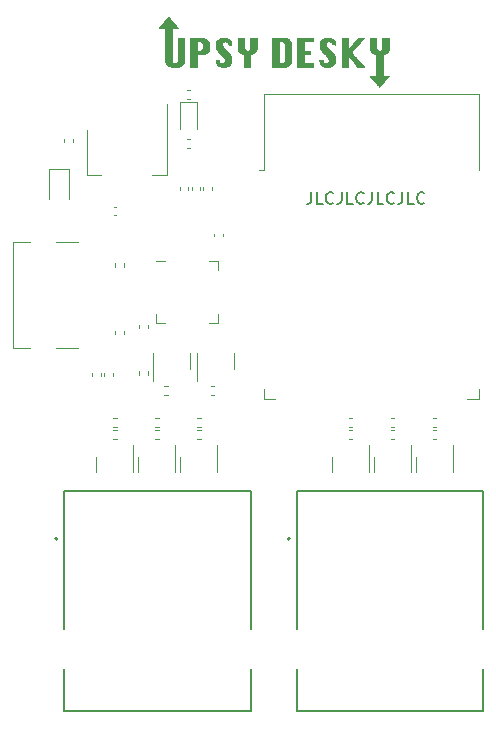
<source format=gto>
%TF.GenerationSoftware,KiCad,Pcbnew,9.0.0*%
%TF.CreationDate,2025-02-27T15:43:30+01:00*%
%TF.ProjectId,upsy-desky,75707379-2d64-4657-936b-792e6b696361,rev?*%
%TF.SameCoordinates,Original*%
%TF.FileFunction,Legend,Top*%
%TF.FilePolarity,Positive*%
%FSLAX46Y46*%
G04 Gerber Fmt 4.6, Leading zero omitted, Abs format (unit mm)*
G04 Created by KiCad (PCBNEW 9.0.0) date 2025-02-27 15:43:30*
%MOMM*%
%LPD*%
G01*
G04 APERTURE LIST*
%ADD10C,0.200000*%
%ADD11C,0.120000*%
%ADD12C,0.127000*%
%ADD13C,0.010000*%
G04 APERTURE END LIST*
D10*
X149855387Y-86667219D02*
X149855387Y-87381504D01*
X149855387Y-87381504D02*
X149807768Y-87524361D01*
X149807768Y-87524361D02*
X149712530Y-87619600D01*
X149712530Y-87619600D02*
X149569673Y-87667219D01*
X149569673Y-87667219D02*
X149474435Y-87667219D01*
X150807768Y-87667219D02*
X150331578Y-87667219D01*
X150331578Y-87667219D02*
X150331578Y-86667219D01*
X151712530Y-87571980D02*
X151664911Y-87619600D01*
X151664911Y-87619600D02*
X151522054Y-87667219D01*
X151522054Y-87667219D02*
X151426816Y-87667219D01*
X151426816Y-87667219D02*
X151283959Y-87619600D01*
X151283959Y-87619600D02*
X151188721Y-87524361D01*
X151188721Y-87524361D02*
X151141102Y-87429123D01*
X151141102Y-87429123D02*
X151093483Y-87238647D01*
X151093483Y-87238647D02*
X151093483Y-87095790D01*
X151093483Y-87095790D02*
X151141102Y-86905314D01*
X151141102Y-86905314D02*
X151188721Y-86810076D01*
X151188721Y-86810076D02*
X151283959Y-86714838D01*
X151283959Y-86714838D02*
X151426816Y-86667219D01*
X151426816Y-86667219D02*
X151522054Y-86667219D01*
X151522054Y-86667219D02*
X151664911Y-86714838D01*
X151664911Y-86714838D02*
X151712530Y-86762457D01*
X152426816Y-86667219D02*
X152426816Y-87381504D01*
X152426816Y-87381504D02*
X152379197Y-87524361D01*
X152379197Y-87524361D02*
X152283959Y-87619600D01*
X152283959Y-87619600D02*
X152141102Y-87667219D01*
X152141102Y-87667219D02*
X152045864Y-87667219D01*
X153379197Y-87667219D02*
X152903007Y-87667219D01*
X152903007Y-87667219D02*
X152903007Y-86667219D01*
X154283959Y-87571980D02*
X154236340Y-87619600D01*
X154236340Y-87619600D02*
X154093483Y-87667219D01*
X154093483Y-87667219D02*
X153998245Y-87667219D01*
X153998245Y-87667219D02*
X153855388Y-87619600D01*
X153855388Y-87619600D02*
X153760150Y-87524361D01*
X153760150Y-87524361D02*
X153712531Y-87429123D01*
X153712531Y-87429123D02*
X153664912Y-87238647D01*
X153664912Y-87238647D02*
X153664912Y-87095790D01*
X153664912Y-87095790D02*
X153712531Y-86905314D01*
X153712531Y-86905314D02*
X153760150Y-86810076D01*
X153760150Y-86810076D02*
X153855388Y-86714838D01*
X153855388Y-86714838D02*
X153998245Y-86667219D01*
X153998245Y-86667219D02*
X154093483Y-86667219D01*
X154093483Y-86667219D02*
X154236340Y-86714838D01*
X154236340Y-86714838D02*
X154283959Y-86762457D01*
X154998245Y-86667219D02*
X154998245Y-87381504D01*
X154998245Y-87381504D02*
X154950626Y-87524361D01*
X154950626Y-87524361D02*
X154855388Y-87619600D01*
X154855388Y-87619600D02*
X154712531Y-87667219D01*
X154712531Y-87667219D02*
X154617293Y-87667219D01*
X155950626Y-87667219D02*
X155474436Y-87667219D01*
X155474436Y-87667219D02*
X155474436Y-86667219D01*
X156855388Y-87571980D02*
X156807769Y-87619600D01*
X156807769Y-87619600D02*
X156664912Y-87667219D01*
X156664912Y-87667219D02*
X156569674Y-87667219D01*
X156569674Y-87667219D02*
X156426817Y-87619600D01*
X156426817Y-87619600D02*
X156331579Y-87524361D01*
X156331579Y-87524361D02*
X156283960Y-87429123D01*
X156283960Y-87429123D02*
X156236341Y-87238647D01*
X156236341Y-87238647D02*
X156236341Y-87095790D01*
X156236341Y-87095790D02*
X156283960Y-86905314D01*
X156283960Y-86905314D02*
X156331579Y-86810076D01*
X156331579Y-86810076D02*
X156426817Y-86714838D01*
X156426817Y-86714838D02*
X156569674Y-86667219D01*
X156569674Y-86667219D02*
X156664912Y-86667219D01*
X156664912Y-86667219D02*
X156807769Y-86714838D01*
X156807769Y-86714838D02*
X156855388Y-86762457D01*
X157569674Y-86667219D02*
X157569674Y-87381504D01*
X157569674Y-87381504D02*
X157522055Y-87524361D01*
X157522055Y-87524361D02*
X157426817Y-87619600D01*
X157426817Y-87619600D02*
X157283960Y-87667219D01*
X157283960Y-87667219D02*
X157188722Y-87667219D01*
X158522055Y-87667219D02*
X158045865Y-87667219D01*
X158045865Y-87667219D02*
X158045865Y-86667219D01*
X159426817Y-87571980D02*
X159379198Y-87619600D01*
X159379198Y-87619600D02*
X159236341Y-87667219D01*
X159236341Y-87667219D02*
X159141103Y-87667219D01*
X159141103Y-87667219D02*
X158998246Y-87619600D01*
X158998246Y-87619600D02*
X158903008Y-87524361D01*
X158903008Y-87524361D02*
X158855389Y-87429123D01*
X158855389Y-87429123D02*
X158807770Y-87238647D01*
X158807770Y-87238647D02*
X158807770Y-87095790D01*
X158807770Y-87095790D02*
X158855389Y-86905314D01*
X158855389Y-86905314D02*
X158903008Y-86810076D01*
X158903008Y-86810076D02*
X158998246Y-86714838D01*
X158998246Y-86714838D02*
X159141103Y-86667219D01*
X159141103Y-86667219D02*
X159236341Y-86667219D01*
X159236341Y-86667219D02*
X159379198Y-86714838D01*
X159379198Y-86714838D02*
X159426817Y-86762457D01*
D11*
%TO.C,R11*%
X153008359Y-106808000D02*
X153315641Y-106808000D01*
X153008359Y-107568000D02*
X153315641Y-107568000D01*
%TO.C,D2*%
X138711000Y-79033000D02*
X138711000Y-81318000D01*
X140181000Y-79033000D02*
X138711000Y-79033000D01*
X140181000Y-81318000D02*
X140181000Y-79033000D01*
%TO.C,Q2*%
X140172000Y-100965000D02*
X140172000Y-100315000D01*
X140172000Y-100965000D02*
X140172000Y-102640000D01*
X143292000Y-100965000D02*
X143292000Y-100315000D01*
X143292000Y-100965000D02*
X143292000Y-101615000D01*
%TO.C,R12*%
X136625359Y-105792000D02*
X136932641Y-105792000D01*
X136625359Y-106552000D02*
X136932641Y-106552000D01*
%TO.C,R9*%
X140181359Y-105792000D02*
X140488641Y-105792000D01*
X140181359Y-106552000D02*
X140488641Y-106552000D01*
D12*
%TO.C,J1*%
X128942500Y-112001000D02*
X144742500Y-112001000D01*
X128942500Y-123681000D02*
X128942500Y-112001000D01*
X128942500Y-130601000D02*
X128942500Y-127021000D01*
X144742500Y-112001000D02*
X144742500Y-123681000D01*
X144742500Y-127021000D02*
X144742500Y-130601000D01*
X144742500Y-130601000D02*
X128942500Y-130601000D01*
D10*
X128356500Y-116020000D02*
G75*
G02*
X128156500Y-116020000I-100000J0D01*
G01*
X128156500Y-116020000D02*
G75*
G02*
X128356500Y-116020000I100000J0D01*
G01*
D11*
%TO.C,R20*%
X132335000Y-101954359D02*
X132335000Y-102261641D01*
X133095000Y-101954359D02*
X133095000Y-102261641D01*
%TO.C,Q3*%
X131663000Y-109728000D02*
X131663000Y-109078000D01*
X131663000Y-109728000D02*
X131663000Y-110378000D01*
X134783000Y-109728000D02*
X134783000Y-108053000D01*
X134783000Y-109728000D02*
X134783000Y-110378000D01*
%TO.C,U3*%
X145820000Y-78412000D02*
X145820000Y-84832000D01*
X145820000Y-78412000D02*
X164060000Y-78412000D01*
X145820000Y-84832000D02*
X145440000Y-84832000D01*
X145820000Y-103377000D02*
X145820000Y-104157000D01*
X145820000Y-104157000D02*
X146820000Y-104157000D01*
X164060000Y-78412000D02*
X164060000Y-84832000D01*
X164060000Y-103377000D02*
X164060000Y-104157000D01*
X164060000Y-104157000D02*
X163060000Y-104157000D01*
%TO.C,U1*%
X136709000Y-97737000D02*
X136709000Y-97012000D01*
X137434000Y-92517000D02*
X136709000Y-92517000D01*
X137434000Y-97737000D02*
X136709000Y-97737000D01*
X141204000Y-92517000D02*
X141929000Y-92517000D01*
X141204000Y-97737000D02*
X141929000Y-97737000D01*
X141929000Y-92517000D02*
X141929000Y-93242000D01*
X141929000Y-97737000D02*
X141929000Y-97012000D01*
%TO.C,C2*%
X133330836Y-87905000D02*
X133115164Y-87905000D01*
X133330836Y-88625000D02*
X133115164Y-88625000D01*
%TO.C,J3*%
X124559000Y-90907000D02*
X126019000Y-90907000D01*
X124559000Y-99847000D02*
X124559000Y-90907000D01*
X124559000Y-99847000D02*
X126019000Y-99847000D01*
X130069000Y-90907000D02*
X128269000Y-90907000D01*
X130069000Y-99847000D02*
X128269000Y-99847000D01*
%TO.C,Q8*%
X155158000Y-109728000D02*
X155158000Y-109078000D01*
X155158000Y-109728000D02*
X155158000Y-110378000D01*
X158278000Y-109728000D02*
X158278000Y-108053000D01*
X158278000Y-109728000D02*
X158278000Y-110378000D01*
%TO.C,Q7*%
X158714000Y-109728000D02*
X158714000Y-109078000D01*
X158714000Y-109728000D02*
X158714000Y-110378000D01*
X161834000Y-109728000D02*
X161834000Y-108053000D01*
X161834000Y-109728000D02*
X161834000Y-110378000D01*
%TO.C,R17*%
X156564359Y-105792000D02*
X156871641Y-105792000D01*
X156564359Y-106552000D02*
X156871641Y-106552000D01*
%TO.C,C3*%
X141626000Y-90189164D02*
X141626000Y-90404836D01*
X142346000Y-90189164D02*
X142346000Y-90404836D01*
%TO.C,R16*%
X156564359Y-106808000D02*
X156871641Y-106808000D01*
X156564359Y-107568000D02*
X156871641Y-107568000D01*
%TO.C,R10*%
X136625359Y-106808000D02*
X136932641Y-106808000D01*
X136625359Y-107568000D02*
X136932641Y-107568000D01*
%TO.C,D1*%
X127674000Y-84733000D02*
X127674000Y-87283000D01*
X129374000Y-84733000D02*
X127674000Y-84733000D01*
X129374000Y-84733000D02*
X129374000Y-87283000D01*
%TO.C,R18*%
X135256000Y-102134641D02*
X135256000Y-101827359D01*
X136016000Y-102134641D02*
X136016000Y-101827359D01*
%TO.C,R19*%
X131319000Y-102261641D02*
X131319000Y-101954359D01*
X132079000Y-102261641D02*
X132079000Y-101954359D01*
%TO.C,Q6*%
X151602000Y-109728000D02*
X151602000Y-109078000D01*
X151602000Y-109728000D02*
X151602000Y-110378000D01*
X154722000Y-109728000D02*
X154722000Y-108053000D01*
X154722000Y-109728000D02*
X154722000Y-110378000D01*
%TO.C,R1*%
X133224000Y-98705641D02*
X133224000Y-98398359D01*
X133984000Y-98705641D02*
X133984000Y-98398359D01*
%TO.C,R13*%
X153008359Y-105792000D02*
X153315641Y-105792000D01*
X153008359Y-106552000D02*
X153315641Y-106552000D01*
D12*
%TO.C,J2*%
X148627500Y-112001000D02*
X164427500Y-112001000D01*
X148627500Y-123681000D02*
X148627500Y-112001000D01*
X148627500Y-130601000D02*
X148627500Y-127021000D01*
X164427500Y-112001000D02*
X164427500Y-123681000D01*
X164427500Y-127021000D02*
X164427500Y-130601000D01*
X164427500Y-130601000D02*
X148627500Y-130601000D01*
D10*
X148041500Y-116020000D02*
G75*
G02*
X147841500Y-116020000I-100000J0D01*
G01*
X147841500Y-116020000D02*
G75*
G02*
X148041500Y-116020000I100000J0D01*
G01*
D11*
%TO.C,C4*%
X139721000Y-86252164D02*
X139721000Y-86467836D01*
X140441000Y-86252164D02*
X140441000Y-86467836D01*
%TO.C,C6*%
X135276000Y-97964164D02*
X135276000Y-98179836D01*
X135996000Y-97964164D02*
X135996000Y-98179836D01*
%TO.C,R14*%
X160120359Y-106808000D02*
X160427641Y-106808000D01*
X160120359Y-107568000D02*
X160427641Y-107568000D01*
%TO.C,Q1*%
X136428000Y-100965000D02*
X136428000Y-100315000D01*
X136428000Y-100965000D02*
X136428000Y-102640000D01*
X139548000Y-100965000D02*
X139548000Y-100315000D01*
X139548000Y-100965000D02*
X139548000Y-101615000D01*
%TO.C,R8*%
X133069359Y-105792000D02*
X133376641Y-105792000D01*
X133069359Y-106552000D02*
X133376641Y-106552000D01*
%TO.C,R4*%
X141324359Y-103125000D02*
X141631641Y-103125000D01*
X141324359Y-103885000D02*
X141631641Y-103885000D01*
%TO.C,R3*%
X137694641Y-103125000D02*
X137387359Y-103125000D01*
X137694641Y-103885000D02*
X137387359Y-103885000D01*
%TO.C,R6*%
X133069359Y-106808000D02*
X133376641Y-106808000D01*
X133069359Y-107568000D02*
X133376641Y-107568000D01*
%TO.C,C5*%
X138705000Y-86252164D02*
X138705000Y-86467836D01*
X139425000Y-86252164D02*
X139425000Y-86467836D01*
%TO.C,R21*%
X139599641Y-82170000D02*
X139292359Y-82170000D01*
X139599641Y-82930000D02*
X139292359Y-82930000D01*
%TO.C,Q5*%
X135219000Y-109728000D02*
X135219000Y-109078000D01*
X135219000Y-109728000D02*
X135219000Y-110378000D01*
X138339000Y-109728000D02*
X138339000Y-108053000D01*
X138339000Y-109728000D02*
X138339000Y-110378000D01*
%TO.C,R2*%
X133224000Y-92683359D02*
X133224000Y-92990641D01*
X133984000Y-92683359D02*
X133984000Y-92990641D01*
%TO.C,R5*%
X140717000Y-86206359D02*
X140717000Y-86513641D01*
X141477000Y-86206359D02*
X141477000Y-86513641D01*
%TO.C,C1*%
X128926000Y-82403836D02*
X128926000Y-82188164D01*
X129646000Y-82403836D02*
X129646000Y-82188164D01*
%TO.C,U2*%
X130829000Y-81462000D02*
X130829000Y-85222000D01*
X130829000Y-85222000D02*
X132089000Y-85222000D01*
X137649000Y-79212000D02*
X137649000Y-85222000D01*
X137649000Y-85222000D02*
X136389000Y-85222000D01*
%TO.C,R22*%
X139599641Y-78055200D02*
X139292359Y-78055200D01*
X139599641Y-78815200D02*
X139292359Y-78815200D01*
%TO.C,R7*%
X140181359Y-106808000D02*
X140488641Y-106808000D01*
X140181359Y-107568000D02*
X140488641Y-107568000D01*
%TO.C,R15*%
X160120359Y-105792000D02*
X160427641Y-105792000D01*
X160120359Y-106552000D02*
X160427641Y-106552000D01*
%TO.C,Q4*%
X138775000Y-109728000D02*
X138775000Y-109078000D01*
X138775000Y-109728000D02*
X138775000Y-110378000D01*
X141895000Y-109728000D02*
X141895000Y-108053000D01*
X141895000Y-109728000D02*
X141895000Y-110378000D01*
D13*
%TO.C,Ref\u002A\u002A*%
X150020866Y-73915233D02*
X149220766Y-73915233D01*
X149220766Y-74711100D01*
X149754166Y-74711100D01*
X149754166Y-74982033D01*
X149220766Y-74982033D01*
X149220766Y-75777899D01*
X150020866Y-75777899D01*
X150020866Y-76048833D01*
X148683133Y-76048833D01*
X148683133Y-73644299D01*
X150020866Y-73644299D01*
X150020866Y-73915233D01*
G36*
X150020866Y-73915233D02*
G01*
X149220766Y-73915233D01*
X149220766Y-74711100D01*
X149754166Y-74711100D01*
X149754166Y-74982033D01*
X149220766Y-74982033D01*
X149220766Y-75777899D01*
X150020866Y-75777899D01*
X150020866Y-76048833D01*
X148683133Y-76048833D01*
X148683133Y-73644299D01*
X150020866Y-73644299D01*
X150020866Y-73915233D01*
G37*
X144157700Y-74064627D02*
X144157694Y-74135555D01*
X144157695Y-74198547D01*
X144157733Y-74254135D01*
X144157839Y-74302849D01*
X144158041Y-74345220D01*
X144158369Y-74381779D01*
X144158853Y-74413058D01*
X144159523Y-74439586D01*
X144160408Y-74461895D01*
X144161538Y-74480516D01*
X144162943Y-74495980D01*
X144164652Y-74508818D01*
X144166696Y-74519560D01*
X144169103Y-74528738D01*
X144171904Y-74536883D01*
X144175128Y-74544525D01*
X144178805Y-74552196D01*
X144182965Y-74560426D01*
X144185740Y-74565925D01*
X144205948Y-74598843D01*
X144232003Y-74629824D01*
X144262015Y-74657048D01*
X144294094Y-74678699D01*
X144312454Y-74687795D01*
X144356560Y-74702476D01*
X144401969Y-74709767D01*
X144446999Y-74709487D01*
X144474629Y-74705296D01*
X144517520Y-74691937D01*
X144557537Y-74671181D01*
X144593798Y-74643863D01*
X144625420Y-74610816D01*
X144651524Y-74572872D01*
X144671226Y-74530865D01*
X144676781Y-74514250D01*
X144678031Y-74509623D01*
X144679140Y-74504259D01*
X144680121Y-74497639D01*
X144680982Y-74489248D01*
X144681734Y-74478566D01*
X144682387Y-74465077D01*
X144682952Y-74448263D01*
X144683440Y-74427608D01*
X144683860Y-74402592D01*
X144684223Y-74372700D01*
X144684540Y-74337413D01*
X144684820Y-74296214D01*
X144685075Y-74248586D01*
X144685314Y-74194011D01*
X144685548Y-74131972D01*
X144685772Y-74066575D01*
X144687176Y-73644299D01*
X145220556Y-73644299D01*
X145219188Y-74098325D01*
X145217821Y-74552350D01*
X145206683Y-74597337D01*
X145189553Y-74654591D01*
X145167808Y-74705636D01*
X145140766Y-74751762D01*
X145107747Y-74794255D01*
X145095510Y-74807609D01*
X145057760Y-74843259D01*
X145016235Y-74874556D01*
X144970246Y-74901807D01*
X144919100Y-74925317D01*
X144862108Y-74945393D01*
X144798578Y-74962342D01*
X144727818Y-74976471D01*
X144706991Y-74979904D01*
X144691132Y-74982410D01*
X144690058Y-75514563D01*
X144688983Y-76046716D01*
X144153467Y-76048896D01*
X144153467Y-74982416D01*
X144137592Y-74979901D01*
X144065553Y-74966727D01*
X144001095Y-74951171D01*
X143943615Y-74933034D01*
X143892514Y-74912117D01*
X143847191Y-74888224D01*
X143833172Y-74879505D01*
X143784098Y-74843786D01*
X143742104Y-74804560D01*
X143706693Y-74761112D01*
X143677365Y-74712725D01*
X143653622Y-74658686D01*
X143634967Y-74598278D01*
X143633683Y-74593164D01*
X143622551Y-74548116D01*
X143621146Y-74096208D01*
X143619742Y-73644299D01*
X144157700Y-73644299D01*
X144157700Y-74064627D01*
G36*
X144157700Y-74064627D02*
G01*
X144157694Y-74135555D01*
X144157695Y-74198547D01*
X144157733Y-74254135D01*
X144157839Y-74302849D01*
X144158041Y-74345220D01*
X144158369Y-74381779D01*
X144158853Y-74413058D01*
X144159523Y-74439586D01*
X144160408Y-74461895D01*
X144161538Y-74480516D01*
X144162943Y-74495980D01*
X144164652Y-74508818D01*
X144166696Y-74519560D01*
X144169103Y-74528738D01*
X144171904Y-74536883D01*
X144175128Y-74544525D01*
X144178805Y-74552196D01*
X144182965Y-74560426D01*
X144185740Y-74565925D01*
X144205948Y-74598843D01*
X144232003Y-74629824D01*
X144262015Y-74657048D01*
X144294094Y-74678699D01*
X144312454Y-74687795D01*
X144356560Y-74702476D01*
X144401969Y-74709767D01*
X144446999Y-74709487D01*
X144474629Y-74705296D01*
X144517520Y-74691937D01*
X144557537Y-74671181D01*
X144593798Y-74643863D01*
X144625420Y-74610816D01*
X144651524Y-74572872D01*
X144671226Y-74530865D01*
X144676781Y-74514250D01*
X144678031Y-74509623D01*
X144679140Y-74504259D01*
X144680121Y-74497639D01*
X144680982Y-74489248D01*
X144681734Y-74478566D01*
X144682387Y-74465077D01*
X144682952Y-74448263D01*
X144683440Y-74427608D01*
X144683860Y-74402592D01*
X144684223Y-74372700D01*
X144684540Y-74337413D01*
X144684820Y-74296214D01*
X144685075Y-74248586D01*
X144685314Y-74194011D01*
X144685548Y-74131972D01*
X144685772Y-74066575D01*
X144687176Y-73644299D01*
X145220556Y-73644299D01*
X145219188Y-74098325D01*
X145217821Y-74552350D01*
X145206683Y-74597337D01*
X145189553Y-74654591D01*
X145167808Y-74705636D01*
X145140766Y-74751762D01*
X145107747Y-74794255D01*
X145095510Y-74807609D01*
X145057760Y-74843259D01*
X145016235Y-74874556D01*
X144970246Y-74901807D01*
X144919100Y-74925317D01*
X144862108Y-74945393D01*
X144798578Y-74962342D01*
X144727818Y-74976471D01*
X144706991Y-74979904D01*
X144691132Y-74982410D01*
X144690058Y-75514563D01*
X144688983Y-76046716D01*
X144153467Y-76048896D01*
X144153467Y-74982416D01*
X144137592Y-74979901D01*
X144065553Y-74966727D01*
X144001095Y-74951171D01*
X143943615Y-74933034D01*
X143892514Y-74912117D01*
X143847191Y-74888224D01*
X143833172Y-74879505D01*
X143784098Y-74843786D01*
X143742104Y-74804560D01*
X143706693Y-74761112D01*
X143677365Y-74712725D01*
X143653622Y-74658686D01*
X143634967Y-74598278D01*
X143633683Y-74593164D01*
X143622551Y-74548116D01*
X143621146Y-74096208D01*
X143619742Y-73644299D01*
X144157700Y-73644299D01*
X144157700Y-74064627D01*
G37*
X152683615Y-73644300D02*
X152950298Y-73644300D01*
X152951374Y-74131333D01*
X152952450Y-74618367D01*
X153382133Y-74131590D01*
X153811817Y-73644813D01*
X154048178Y-73644556D01*
X154098019Y-73644570D01*
X154143017Y-73644720D01*
X154182666Y-73644998D01*
X154216463Y-73645396D01*
X154243903Y-73645907D01*
X154264482Y-73646522D01*
X154277696Y-73647234D01*
X154283041Y-73648036D01*
X154283128Y-73648193D01*
X154280213Y-73651707D01*
X154271947Y-73661235D01*
X154258604Y-73676466D01*
X154240461Y-73697089D01*
X154217792Y-73722792D01*
X154190875Y-73753263D01*
X154159983Y-73788192D01*
X154125394Y-73827267D01*
X154087382Y-73870177D01*
X154046224Y-73916610D01*
X154002194Y-73966256D01*
X153955570Y-74018802D01*
X153906626Y-74073938D01*
X153855639Y-74131351D01*
X153802883Y-74190732D01*
X153752550Y-74247364D01*
X153698413Y-74308285D01*
X153645802Y-74367531D01*
X153594992Y-74424789D01*
X153546257Y-74479749D01*
X153499873Y-74532099D01*
X153456115Y-74581527D01*
X153415256Y-74627723D01*
X153377573Y-74670376D01*
X153343340Y-74709173D01*
X153312832Y-74743804D01*
X153286323Y-74773958D01*
X153264089Y-74799322D01*
X153246405Y-74819587D01*
X153233545Y-74834440D01*
X153225784Y-74843570D01*
X153223383Y-74846652D01*
X153226153Y-74850177D01*
X153234279Y-74859713D01*
X153247487Y-74874948D01*
X153265501Y-74895573D01*
X153288047Y-74921274D01*
X153314849Y-74951741D01*
X153345633Y-74986663D01*
X153380123Y-75025729D01*
X153418044Y-75068627D01*
X153459123Y-75115046D01*
X153503083Y-75164674D01*
X153549649Y-75217201D01*
X153598547Y-75272315D01*
X153649502Y-75329705D01*
X153702239Y-75389059D01*
X153752550Y-75445646D01*
X153806709Y-75506555D01*
X153859356Y-75565788D01*
X153910214Y-75623035D01*
X153959008Y-75677983D01*
X154005462Y-75730322D01*
X154049300Y-75779740D01*
X154090246Y-75825926D01*
X154128025Y-75868567D01*
X154162360Y-75907353D01*
X154192976Y-75941973D01*
X154219597Y-75972114D01*
X154241948Y-75997465D01*
X154259751Y-76017716D01*
X154272732Y-76032553D01*
X154280615Y-76041667D01*
X154283128Y-76044731D01*
X154279259Y-76045625D01*
X154267160Y-76046411D01*
X154247065Y-76047085D01*
X154219209Y-76047645D01*
X154183827Y-76048086D01*
X154141155Y-76048405D01*
X154091427Y-76048600D01*
X154034878Y-76048665D01*
X154016428Y-76048659D01*
X153748317Y-76048486D01*
X153350383Y-75583396D01*
X152952450Y-75118305D01*
X152950296Y-76048833D01*
X152416933Y-76048833D01*
X152416933Y-73644299D01*
X152683615Y-73644300D01*
G36*
X152683615Y-73644300D02*
G01*
X152950298Y-73644300D01*
X152951374Y-74131333D01*
X152952450Y-74618367D01*
X153382133Y-74131590D01*
X153811817Y-73644813D01*
X154048178Y-73644556D01*
X154098019Y-73644570D01*
X154143017Y-73644720D01*
X154182666Y-73644998D01*
X154216463Y-73645396D01*
X154243903Y-73645907D01*
X154264482Y-73646522D01*
X154277696Y-73647234D01*
X154283041Y-73648036D01*
X154283128Y-73648193D01*
X154280213Y-73651707D01*
X154271947Y-73661235D01*
X154258604Y-73676466D01*
X154240461Y-73697089D01*
X154217792Y-73722792D01*
X154190875Y-73753263D01*
X154159983Y-73788192D01*
X154125394Y-73827267D01*
X154087382Y-73870177D01*
X154046224Y-73916610D01*
X154002194Y-73966256D01*
X153955570Y-74018802D01*
X153906626Y-74073938D01*
X153855639Y-74131351D01*
X153802883Y-74190732D01*
X153752550Y-74247364D01*
X153698413Y-74308285D01*
X153645802Y-74367531D01*
X153594992Y-74424789D01*
X153546257Y-74479749D01*
X153499873Y-74532099D01*
X153456115Y-74581527D01*
X153415256Y-74627723D01*
X153377573Y-74670376D01*
X153343340Y-74709173D01*
X153312832Y-74743804D01*
X153286323Y-74773958D01*
X153264089Y-74799322D01*
X153246405Y-74819587D01*
X153233545Y-74834440D01*
X153225784Y-74843570D01*
X153223383Y-74846652D01*
X153226153Y-74850177D01*
X153234279Y-74859713D01*
X153247487Y-74874948D01*
X153265501Y-74895573D01*
X153288047Y-74921274D01*
X153314849Y-74951741D01*
X153345633Y-74986663D01*
X153380123Y-75025729D01*
X153418044Y-75068627D01*
X153459123Y-75115046D01*
X153503083Y-75164674D01*
X153549649Y-75217201D01*
X153598547Y-75272315D01*
X153649502Y-75329705D01*
X153702239Y-75389059D01*
X153752550Y-75445646D01*
X153806709Y-75506555D01*
X153859356Y-75565788D01*
X153910214Y-75623035D01*
X153959008Y-75677983D01*
X154005462Y-75730322D01*
X154049300Y-75779740D01*
X154090246Y-75825926D01*
X154128025Y-75868567D01*
X154162360Y-75907353D01*
X154192976Y-75941973D01*
X154219597Y-75972114D01*
X154241948Y-75997465D01*
X154259751Y-76017716D01*
X154272732Y-76032553D01*
X154280615Y-76041667D01*
X154283128Y-76044731D01*
X154279259Y-76045625D01*
X154267160Y-76046411D01*
X154247065Y-76047085D01*
X154219209Y-76047645D01*
X154183827Y-76048086D01*
X154141155Y-76048405D01*
X154091427Y-76048600D01*
X154034878Y-76048665D01*
X154016428Y-76048659D01*
X153748317Y-76048486D01*
X153350383Y-75583396D01*
X152952450Y-75118305D01*
X152950296Y-76048833D01*
X152416933Y-76048833D01*
X152416933Y-73644299D01*
X152683615Y-73644300D01*
G37*
X140756217Y-73646797D02*
X140797466Y-73656213D01*
X140860122Y-73673617D01*
X140916860Y-73696148D01*
X140968985Y-73724519D01*
X141017804Y-73759445D01*
X141064624Y-73801638D01*
X141065644Y-73802655D01*
X141108754Y-73850518D01*
X141144680Y-73901031D01*
X141174023Y-73955294D01*
X141197383Y-74014404D01*
X141214100Y-74073983D01*
X141216092Y-74086974D01*
X141217878Y-74107310D01*
X141219445Y-74133871D01*
X141220785Y-74165537D01*
X141221886Y-74201189D01*
X141222740Y-74239708D01*
X141223335Y-74279973D01*
X141223661Y-74320866D01*
X141223708Y-74361266D01*
X141223467Y-74400053D01*
X141222927Y-74436109D01*
X141222077Y-74468314D01*
X141220909Y-74495548D01*
X141219410Y-74516691D01*
X141218208Y-74526950D01*
X141204388Y-74592102D01*
X141183057Y-74653487D01*
X141154097Y-74711344D01*
X141117388Y-74765911D01*
X141073859Y-74816343D01*
X141027224Y-74860378D01*
X140979315Y-74896807D01*
X140928799Y-74926491D01*
X140874341Y-74950290D01*
X140856413Y-74956620D01*
X140842199Y-74961289D01*
X140828881Y-74965349D01*
X140815773Y-74968841D01*
X140802190Y-74971808D01*
X140787446Y-74974293D01*
X140770856Y-74976339D01*
X140751733Y-74977988D01*
X140729394Y-74979283D01*
X140703151Y-74980267D01*
X140672320Y-74980982D01*
X140636215Y-74981470D01*
X140594151Y-74981775D01*
X140545442Y-74981939D01*
X140489402Y-74982005D01*
X140448242Y-74982016D01*
X140157200Y-74982033D01*
X140157200Y-76048833D01*
X139619567Y-76048833D01*
X139619567Y-74711100D01*
X139619567Y-73914598D01*
X140157200Y-73914598D01*
X140157200Y-74711100D01*
X140304689Y-74711100D01*
X140344774Y-74711061D01*
X140377423Y-74710915D01*
X140403671Y-74710612D01*
X140424547Y-74710105D01*
X140441085Y-74709346D01*
X140454316Y-74708288D01*
X140465273Y-74706882D01*
X140474987Y-74705080D01*
X140484490Y-74702836D01*
X140484820Y-74702751D01*
X140530000Y-74687030D01*
X140570584Y-74664326D01*
X140606200Y-74634992D01*
X140636474Y-74599383D01*
X140661034Y-74557854D01*
X140676320Y-74520600D01*
X140678256Y-74514361D01*
X140679850Y-74507513D01*
X140681137Y-74499212D01*
X140682147Y-74488611D01*
X140682914Y-74474865D01*
X140683471Y-74457131D01*
X140683851Y-74434562D01*
X140684085Y-74406314D01*
X140684206Y-74371541D01*
X140684248Y-74329398D01*
X140684250Y-74315283D01*
X140684236Y-74271131D01*
X140684169Y-74234572D01*
X140684009Y-74204736D01*
X140683718Y-74180748D01*
X140683258Y-74161737D01*
X140682589Y-74146830D01*
X140681673Y-74135154D01*
X140680472Y-74125838D01*
X140678946Y-74118007D01*
X140677056Y-74110790D01*
X140674861Y-74103616D01*
X140656664Y-74059768D01*
X140631527Y-74020478D01*
X140599937Y-73986244D01*
X140562386Y-73957568D01*
X140519362Y-73934950D01*
X140503633Y-73928750D01*
X140472583Y-73917467D01*
X140314892Y-73916033D01*
X140157200Y-73914598D01*
X139619567Y-73914598D01*
X139619567Y-73644009D01*
X140756217Y-73646797D01*
G36*
X140756217Y-73646797D02*
G01*
X140797466Y-73656213D01*
X140860122Y-73673617D01*
X140916860Y-73696148D01*
X140968985Y-73724519D01*
X141017804Y-73759445D01*
X141064624Y-73801638D01*
X141065644Y-73802655D01*
X141108754Y-73850518D01*
X141144680Y-73901031D01*
X141174023Y-73955294D01*
X141197383Y-74014404D01*
X141214100Y-74073983D01*
X141216092Y-74086974D01*
X141217878Y-74107310D01*
X141219445Y-74133871D01*
X141220785Y-74165537D01*
X141221886Y-74201189D01*
X141222740Y-74239708D01*
X141223335Y-74279973D01*
X141223661Y-74320866D01*
X141223708Y-74361266D01*
X141223467Y-74400053D01*
X141222927Y-74436109D01*
X141222077Y-74468314D01*
X141220909Y-74495548D01*
X141219410Y-74516691D01*
X141218208Y-74526950D01*
X141204388Y-74592102D01*
X141183057Y-74653487D01*
X141154097Y-74711344D01*
X141117388Y-74765911D01*
X141073859Y-74816343D01*
X141027224Y-74860378D01*
X140979315Y-74896807D01*
X140928799Y-74926491D01*
X140874341Y-74950290D01*
X140856413Y-74956620D01*
X140842199Y-74961289D01*
X140828881Y-74965349D01*
X140815773Y-74968841D01*
X140802190Y-74971808D01*
X140787446Y-74974293D01*
X140770856Y-74976339D01*
X140751733Y-74977988D01*
X140729394Y-74979283D01*
X140703151Y-74980267D01*
X140672320Y-74980982D01*
X140636215Y-74981470D01*
X140594151Y-74981775D01*
X140545442Y-74981939D01*
X140489402Y-74982005D01*
X140448242Y-74982016D01*
X140157200Y-74982033D01*
X140157200Y-76048833D01*
X139619567Y-76048833D01*
X139619567Y-74711100D01*
X139619567Y-73914598D01*
X140157200Y-73914598D01*
X140157200Y-74711100D01*
X140304689Y-74711100D01*
X140344774Y-74711061D01*
X140377423Y-74710915D01*
X140403671Y-74710612D01*
X140424547Y-74710105D01*
X140441085Y-74709346D01*
X140454316Y-74708288D01*
X140465273Y-74706882D01*
X140474987Y-74705080D01*
X140484490Y-74702836D01*
X140484820Y-74702751D01*
X140530000Y-74687030D01*
X140570584Y-74664326D01*
X140606200Y-74634992D01*
X140636474Y-74599383D01*
X140661034Y-74557854D01*
X140676320Y-74520600D01*
X140678256Y-74514361D01*
X140679850Y-74507513D01*
X140681137Y-74499212D01*
X140682147Y-74488611D01*
X140682914Y-74474865D01*
X140683471Y-74457131D01*
X140683851Y-74434562D01*
X140684085Y-74406314D01*
X140684206Y-74371541D01*
X140684248Y-74329398D01*
X140684250Y-74315283D01*
X140684236Y-74271131D01*
X140684169Y-74234572D01*
X140684009Y-74204736D01*
X140683718Y-74180748D01*
X140683258Y-74161737D01*
X140682589Y-74146830D01*
X140681673Y-74135154D01*
X140680472Y-74125838D01*
X140678946Y-74118007D01*
X140677056Y-74110790D01*
X140674861Y-74103616D01*
X140656664Y-74059768D01*
X140631527Y-74020478D01*
X140599937Y-73986244D01*
X140562386Y-73957568D01*
X140519362Y-73934950D01*
X140503633Y-73928750D01*
X140472583Y-73917467D01*
X140314892Y-73916033D01*
X140157200Y-73914598D01*
X139619567Y-73914598D01*
X139619567Y-73644009D01*
X140756217Y-73646797D01*
G37*
X156417408Y-74077126D02*
X156417388Y-74149406D01*
X156417331Y-74213728D01*
X156417231Y-74270602D01*
X156417081Y-74320536D01*
X156416874Y-74364040D01*
X156416603Y-74401622D01*
X156416261Y-74433792D01*
X156415842Y-74461058D01*
X156415338Y-74483931D01*
X156414744Y-74502918D01*
X156414051Y-74518528D01*
X156413254Y-74531272D01*
X156412345Y-74541657D01*
X156411317Y-74550193D01*
X156411026Y-74552193D01*
X156397728Y-74616902D01*
X156378101Y-74676049D01*
X156351998Y-74729858D01*
X156319270Y-74778554D01*
X156279769Y-74822360D01*
X156233348Y-74861502D01*
X156186717Y-74892231D01*
X156152001Y-74910259D01*
X156110853Y-74927636D01*
X156065306Y-74943708D01*
X156017395Y-74957820D01*
X155969153Y-74969316D01*
X155922615Y-74977543D01*
X155921075Y-74977759D01*
X155884033Y-74982907D01*
X155884033Y-76853103D01*
X156150890Y-76854193D01*
X156417746Y-76855283D01*
X156016997Y-77298725D01*
X155969753Y-77350981D01*
X155924056Y-77401485D01*
X155880229Y-77449883D01*
X155838593Y-77495821D01*
X155799471Y-77538945D01*
X155763185Y-77578900D01*
X155730058Y-77615332D01*
X155700411Y-77647887D01*
X155674567Y-77676211D01*
X155652848Y-77699949D01*
X155635576Y-77718749D01*
X155623073Y-77732254D01*
X155615662Y-77740112D01*
X155613616Y-77742094D01*
X155610518Y-77739002D01*
X155602071Y-77729979D01*
X155588600Y-77715381D01*
X155570427Y-77695564D01*
X155547875Y-77670883D01*
X155521268Y-77641694D01*
X155490929Y-77608352D01*
X155457182Y-77571213D01*
X155420350Y-77530632D01*
X155380757Y-77486966D01*
X155338725Y-77440569D01*
X155294578Y-77391797D01*
X155248639Y-77341006D01*
X155213050Y-77301630D01*
X155165965Y-77249505D01*
X155120447Y-77199079D01*
X155076817Y-77150712D01*
X155035398Y-77104763D01*
X154996514Y-77061591D01*
X154960486Y-77021555D01*
X154927638Y-76985015D01*
X154898293Y-76952329D01*
X154872773Y-76923858D01*
X154851400Y-76899959D01*
X154834498Y-76880993D01*
X154822390Y-76867319D01*
X154815398Y-76859295D01*
X154813705Y-76857202D01*
X154817570Y-76856344D01*
X154829585Y-76855578D01*
X154849433Y-76854908D01*
X154876798Y-76854340D01*
X154911363Y-76853877D01*
X154952813Y-76853527D01*
X155000831Y-76853291D01*
X155055100Y-76853177D01*
X155079347Y-76853166D01*
X155346400Y-76853166D01*
X155346400Y-74982416D01*
X155330525Y-74979883D01*
X155319618Y-74978016D01*
X155303013Y-74975024D01*
X155283323Y-74971382D01*
X155270200Y-74968910D01*
X155195538Y-74951485D01*
X155127489Y-74928826D01*
X155066072Y-74900954D01*
X155011305Y-74867887D01*
X154963208Y-74829645D01*
X154921800Y-74786246D01*
X154887100Y-74737709D01*
X154859127Y-74684054D01*
X154837900Y-74625299D01*
X154823437Y-74561464D01*
X154817551Y-74515961D01*
X154816731Y-74502646D01*
X154815984Y-74481179D01*
X154815313Y-74451875D01*
X154814722Y-74415051D01*
X154814213Y-74371020D01*
X154813790Y-74320098D01*
X154813455Y-74262600D01*
X154813212Y-74198841D01*
X154813064Y-74129135D01*
X154813014Y-74055991D01*
X154813000Y-73644299D01*
X155350400Y-73644299D01*
X155351575Y-74070808D01*
X155352750Y-74497316D01*
X155364092Y-74528366D01*
X155381256Y-74567681D01*
X155402476Y-74601501D01*
X155429305Y-74632354D01*
X155464970Y-74662502D01*
X155504025Y-74685421D01*
X155545537Y-74701089D01*
X155588571Y-74709483D01*
X155632192Y-74710580D01*
X155675465Y-74704359D01*
X155717456Y-74690797D01*
X155757231Y-74669871D01*
X155793855Y-74641559D01*
X155794315Y-74641134D01*
X155824007Y-74610157D01*
X155846972Y-74577877D01*
X155864884Y-74541913D01*
X155866183Y-74538718D01*
X155877683Y-74510016D01*
X155881917Y-73646416D01*
X156417433Y-73644236D01*
X156417408Y-74077126D01*
G36*
X156417408Y-74077126D02*
G01*
X156417388Y-74149406D01*
X156417331Y-74213728D01*
X156417231Y-74270602D01*
X156417081Y-74320536D01*
X156416874Y-74364040D01*
X156416603Y-74401622D01*
X156416261Y-74433792D01*
X156415842Y-74461058D01*
X156415338Y-74483931D01*
X156414744Y-74502918D01*
X156414051Y-74518528D01*
X156413254Y-74531272D01*
X156412345Y-74541657D01*
X156411317Y-74550193D01*
X156411026Y-74552193D01*
X156397728Y-74616902D01*
X156378101Y-74676049D01*
X156351998Y-74729858D01*
X156319270Y-74778554D01*
X156279769Y-74822360D01*
X156233348Y-74861502D01*
X156186717Y-74892231D01*
X156152001Y-74910259D01*
X156110853Y-74927636D01*
X156065306Y-74943708D01*
X156017395Y-74957820D01*
X155969153Y-74969316D01*
X155922615Y-74977543D01*
X155921075Y-74977759D01*
X155884033Y-74982907D01*
X155884033Y-76853103D01*
X156150890Y-76854193D01*
X156417746Y-76855283D01*
X156016997Y-77298725D01*
X155969753Y-77350981D01*
X155924056Y-77401485D01*
X155880229Y-77449883D01*
X155838593Y-77495821D01*
X155799471Y-77538945D01*
X155763185Y-77578900D01*
X155730058Y-77615332D01*
X155700411Y-77647887D01*
X155674567Y-77676211D01*
X155652848Y-77699949D01*
X155635576Y-77718749D01*
X155623073Y-77732254D01*
X155615662Y-77740112D01*
X155613616Y-77742094D01*
X155610518Y-77739002D01*
X155602071Y-77729979D01*
X155588600Y-77715381D01*
X155570427Y-77695564D01*
X155547875Y-77670883D01*
X155521268Y-77641694D01*
X155490929Y-77608352D01*
X155457182Y-77571213D01*
X155420350Y-77530632D01*
X155380757Y-77486966D01*
X155338725Y-77440569D01*
X155294578Y-77391797D01*
X155248639Y-77341006D01*
X155213050Y-77301630D01*
X155165965Y-77249505D01*
X155120447Y-77199079D01*
X155076817Y-77150712D01*
X155035398Y-77104763D01*
X154996514Y-77061591D01*
X154960486Y-77021555D01*
X154927638Y-76985015D01*
X154898293Y-76952329D01*
X154872773Y-76923858D01*
X154851400Y-76899959D01*
X154834498Y-76880993D01*
X154822390Y-76867319D01*
X154815398Y-76859295D01*
X154813705Y-76857202D01*
X154817570Y-76856344D01*
X154829585Y-76855578D01*
X154849433Y-76854908D01*
X154876798Y-76854340D01*
X154911363Y-76853877D01*
X154952813Y-76853527D01*
X155000831Y-76853291D01*
X155055100Y-76853177D01*
X155079347Y-76853166D01*
X155346400Y-76853166D01*
X155346400Y-74982416D01*
X155330525Y-74979883D01*
X155319618Y-74978016D01*
X155303013Y-74975024D01*
X155283323Y-74971382D01*
X155270200Y-74968910D01*
X155195538Y-74951485D01*
X155127489Y-74928826D01*
X155066072Y-74900954D01*
X155011305Y-74867887D01*
X154963208Y-74829645D01*
X154921800Y-74786246D01*
X154887100Y-74737709D01*
X154859127Y-74684054D01*
X154837900Y-74625299D01*
X154823437Y-74561464D01*
X154817551Y-74515961D01*
X154816731Y-74502646D01*
X154815984Y-74481179D01*
X154815313Y-74451875D01*
X154814722Y-74415051D01*
X154814213Y-74371020D01*
X154813790Y-74320098D01*
X154813455Y-74262600D01*
X154813212Y-74198841D01*
X154813064Y-74129135D01*
X154813014Y-74055991D01*
X154813000Y-73644299D01*
X155350400Y-73644299D01*
X155351575Y-74070808D01*
X155352750Y-74497316D01*
X155364092Y-74528366D01*
X155381256Y-74567681D01*
X155402476Y-74601501D01*
X155429305Y-74632354D01*
X155464970Y-74662502D01*
X155504025Y-74685421D01*
X155545537Y-74701089D01*
X155588571Y-74709483D01*
X155632192Y-74710580D01*
X155675465Y-74704359D01*
X155717456Y-74690797D01*
X155757231Y-74669871D01*
X155793855Y-74641559D01*
X155794315Y-74641134D01*
X155824007Y-74610157D01*
X155846972Y-74577877D01*
X155864884Y-74541913D01*
X155866183Y-74538718D01*
X155877683Y-74510016D01*
X155881917Y-73646416D01*
X156417433Y-73644236D01*
X156417408Y-74077126D01*
G37*
X147119975Y-73645399D02*
X147200980Y-73645598D01*
X147273968Y-73645786D01*
X147339389Y-73645971D01*
X147397693Y-73646160D01*
X147449329Y-73646360D01*
X147494747Y-73646580D01*
X147534396Y-73646826D01*
X147568727Y-73647107D01*
X147598189Y-73647431D01*
X147623233Y-73647804D01*
X147644306Y-73648234D01*
X147661860Y-73648729D01*
X147676345Y-73649297D01*
X147688209Y-73649946D01*
X147697902Y-73650682D01*
X147705875Y-73651513D01*
X147712577Y-73652448D01*
X147718458Y-73653493D01*
X147723967Y-73654657D01*
X147728517Y-73655703D01*
X147787505Y-73672287D01*
X147840963Y-73693477D01*
X147890371Y-73720124D01*
X147937210Y-73753080D01*
X147982959Y-73793196D01*
X148003822Y-73814056D01*
X148044259Y-73859911D01*
X148077519Y-73906691D01*
X148104516Y-73956077D01*
X148126163Y-74009750D01*
X148143376Y-74069393D01*
X148143971Y-74071866D01*
X148144935Y-74076265D01*
X148145816Y-74081292D01*
X148146618Y-74087334D01*
X148147346Y-74094780D01*
X148148006Y-74104018D01*
X148148600Y-74115438D01*
X148149135Y-74129427D01*
X148149614Y-74146375D01*
X148150042Y-74166669D01*
X148150424Y-74190699D01*
X148150764Y-74218853D01*
X148151067Y-74251519D01*
X148151337Y-74289085D01*
X148151579Y-74331942D01*
X148151798Y-74380476D01*
X148151998Y-74435077D01*
X148152184Y-74496133D01*
X148152360Y-74564033D01*
X148152531Y-74639165D01*
X148152702Y-74721917D01*
X148152876Y-74812679D01*
X148152908Y-74829633D01*
X148153086Y-74924026D01*
X148153246Y-75010349D01*
X148153378Y-75089000D01*
X148153470Y-75160375D01*
X148153513Y-75224872D01*
X148153494Y-75282887D01*
X148153405Y-75334818D01*
X148153234Y-75381061D01*
X148152970Y-75422013D01*
X148152604Y-75458072D01*
X148152124Y-75489635D01*
X148151519Y-75517098D01*
X148150780Y-75540858D01*
X148149895Y-75561313D01*
X148148855Y-75578860D01*
X148147647Y-75593896D01*
X148146262Y-75606817D01*
X148144689Y-75618020D01*
X148142918Y-75627904D01*
X148140937Y-75636864D01*
X148138737Y-75645297D01*
X148136306Y-75653602D01*
X148133634Y-75662174D01*
X148130710Y-75671411D01*
X148130363Y-75672516D01*
X148110260Y-75727040D01*
X148085334Y-75776774D01*
X148054559Y-75823384D01*
X148016906Y-75868532D01*
X147995768Y-75890492D01*
X147950775Y-75931810D01*
X147905596Y-75965741D01*
X147858543Y-75993228D01*
X147807924Y-76015217D01*
X147752049Y-76032651D01*
X147732750Y-76037430D01*
X147727220Y-76038694D01*
X147721688Y-76039834D01*
X147715703Y-76040857D01*
X147708818Y-76041771D01*
X147700583Y-76042584D01*
X147690549Y-76043304D01*
X147678269Y-76043937D01*
X147663293Y-76044491D01*
X147645172Y-76044974D01*
X147623458Y-76045394D01*
X147597701Y-76045757D01*
X147567454Y-76046073D01*
X147532266Y-76046347D01*
X147491690Y-76046589D01*
X147445277Y-76046804D01*
X147392577Y-76047002D01*
X147333143Y-76047189D01*
X147266524Y-76047373D01*
X147192273Y-76047562D01*
X147122092Y-76047733D01*
X146549533Y-76049122D01*
X146549533Y-75777899D01*
X146549533Y-73914598D01*
X147087167Y-73914598D01*
X147087167Y-75777899D01*
X147229162Y-75777899D01*
X147270863Y-75777818D01*
X147305098Y-75777550D01*
X147332865Y-75777055D01*
X147355161Y-75776295D01*
X147372987Y-75775233D01*
X147387340Y-75773830D01*
X147399219Y-75772047D01*
X147403593Y-75771200D01*
X147449048Y-75757722D01*
X147490501Y-75737159D01*
X147527250Y-75710055D01*
X147558592Y-75676953D01*
X147583823Y-75638397D01*
X147589262Y-75627616D01*
X147592690Y-75620606D01*
X147595818Y-75614370D01*
X147598658Y-75608509D01*
X147601225Y-75602628D01*
X147603531Y-75596326D01*
X147605592Y-75589207D01*
X147607420Y-75580873D01*
X147609030Y-75570925D01*
X147610436Y-75558966D01*
X147611650Y-75544597D01*
X147612687Y-75527421D01*
X147613561Y-75507040D01*
X147614286Y-75483055D01*
X147614875Y-75455070D01*
X147615342Y-75422685D01*
X147615700Y-75385504D01*
X147615965Y-75343127D01*
X147616149Y-75295158D01*
X147616266Y-75241198D01*
X147616330Y-75180849D01*
X147616355Y-75113713D01*
X147616355Y-75039393D01*
X147616343Y-74957490D01*
X147616334Y-74867607D01*
X147616333Y-74846566D01*
X147616342Y-74754783D01*
X147616359Y-74671068D01*
X147616368Y-74595021D01*
X147616355Y-74526246D01*
X147616304Y-74464341D01*
X147616200Y-74408910D01*
X147616028Y-74359552D01*
X147615773Y-74315870D01*
X147615420Y-74277464D01*
X147614953Y-74243935D01*
X147614358Y-74214886D01*
X147613618Y-74189917D01*
X147612720Y-74168629D01*
X147611648Y-74150623D01*
X147610387Y-74135502D01*
X147608921Y-74122865D01*
X147607235Y-74112315D01*
X147605315Y-74103452D01*
X147603145Y-74095878D01*
X147600710Y-74089193D01*
X147597995Y-74083000D01*
X147594985Y-74076900D01*
X147591664Y-74070492D01*
X147588018Y-74063380D01*
X147586452Y-74060223D01*
X147563882Y-74023406D01*
X147534483Y-73990248D01*
X147499479Y-73961790D01*
X147460092Y-73939075D01*
X147430067Y-73926982D01*
X147422491Y-73924589D01*
X147414873Y-73922635D01*
X147406262Y-73921064D01*
X147395707Y-73919820D01*
X147382257Y-73918847D01*
X147364959Y-73918092D01*
X147342863Y-73917497D01*
X147315017Y-73917009D01*
X147280470Y-73916570D01*
X147244858Y-73916193D01*
X147087167Y-73914598D01*
X146549533Y-73914598D01*
X146549533Y-73644010D01*
X147119975Y-73645399D01*
G36*
X147119975Y-73645399D02*
G01*
X147200980Y-73645598D01*
X147273968Y-73645786D01*
X147339389Y-73645971D01*
X147397693Y-73646160D01*
X147449329Y-73646360D01*
X147494747Y-73646580D01*
X147534396Y-73646826D01*
X147568727Y-73647107D01*
X147598189Y-73647431D01*
X147623233Y-73647804D01*
X147644306Y-73648234D01*
X147661860Y-73648729D01*
X147676345Y-73649297D01*
X147688209Y-73649946D01*
X147697902Y-73650682D01*
X147705875Y-73651513D01*
X147712577Y-73652448D01*
X147718458Y-73653493D01*
X147723967Y-73654657D01*
X147728517Y-73655703D01*
X147787505Y-73672287D01*
X147840963Y-73693477D01*
X147890371Y-73720124D01*
X147937210Y-73753080D01*
X147982959Y-73793196D01*
X148003822Y-73814056D01*
X148044259Y-73859911D01*
X148077519Y-73906691D01*
X148104516Y-73956077D01*
X148126163Y-74009750D01*
X148143376Y-74069393D01*
X148143971Y-74071866D01*
X148144935Y-74076265D01*
X148145816Y-74081292D01*
X148146618Y-74087334D01*
X148147346Y-74094780D01*
X148148006Y-74104018D01*
X148148600Y-74115438D01*
X148149135Y-74129427D01*
X148149614Y-74146375D01*
X148150042Y-74166669D01*
X148150424Y-74190699D01*
X148150764Y-74218853D01*
X148151067Y-74251519D01*
X148151337Y-74289085D01*
X148151579Y-74331942D01*
X148151798Y-74380476D01*
X148151998Y-74435077D01*
X148152184Y-74496133D01*
X148152360Y-74564033D01*
X148152531Y-74639165D01*
X148152702Y-74721917D01*
X148152876Y-74812679D01*
X148152908Y-74829633D01*
X148153086Y-74924026D01*
X148153246Y-75010349D01*
X148153378Y-75089000D01*
X148153470Y-75160375D01*
X148153513Y-75224872D01*
X148153494Y-75282887D01*
X148153405Y-75334818D01*
X148153234Y-75381061D01*
X148152970Y-75422013D01*
X148152604Y-75458072D01*
X148152124Y-75489635D01*
X148151519Y-75517098D01*
X148150780Y-75540858D01*
X148149895Y-75561313D01*
X148148855Y-75578860D01*
X148147647Y-75593896D01*
X148146262Y-75606817D01*
X148144689Y-75618020D01*
X148142918Y-75627904D01*
X148140937Y-75636864D01*
X148138737Y-75645297D01*
X148136306Y-75653602D01*
X148133634Y-75662174D01*
X148130710Y-75671411D01*
X148130363Y-75672516D01*
X148110260Y-75727040D01*
X148085334Y-75776774D01*
X148054559Y-75823384D01*
X148016906Y-75868532D01*
X147995768Y-75890492D01*
X147950775Y-75931810D01*
X147905596Y-75965741D01*
X147858543Y-75993228D01*
X147807924Y-76015217D01*
X147752049Y-76032651D01*
X147732750Y-76037430D01*
X147727220Y-76038694D01*
X147721688Y-76039834D01*
X147715703Y-76040857D01*
X147708818Y-76041771D01*
X147700583Y-76042584D01*
X147690549Y-76043304D01*
X147678269Y-76043937D01*
X147663293Y-76044491D01*
X147645172Y-76044974D01*
X147623458Y-76045394D01*
X147597701Y-76045757D01*
X147567454Y-76046073D01*
X147532266Y-76046347D01*
X147491690Y-76046589D01*
X147445277Y-76046804D01*
X147392577Y-76047002D01*
X147333143Y-76047189D01*
X147266524Y-76047373D01*
X147192273Y-76047562D01*
X147122092Y-76047733D01*
X146549533Y-76049122D01*
X146549533Y-75777899D01*
X146549533Y-73914598D01*
X147087167Y-73914598D01*
X147087167Y-75777899D01*
X147229162Y-75777899D01*
X147270863Y-75777818D01*
X147305098Y-75777550D01*
X147332865Y-75777055D01*
X147355161Y-75776295D01*
X147372987Y-75775233D01*
X147387340Y-75773830D01*
X147399219Y-75772047D01*
X147403593Y-75771200D01*
X147449048Y-75757722D01*
X147490501Y-75737159D01*
X147527250Y-75710055D01*
X147558592Y-75676953D01*
X147583823Y-75638397D01*
X147589262Y-75627616D01*
X147592690Y-75620606D01*
X147595818Y-75614370D01*
X147598658Y-75608509D01*
X147601225Y-75602628D01*
X147603531Y-75596326D01*
X147605592Y-75589207D01*
X147607420Y-75580873D01*
X147609030Y-75570925D01*
X147610436Y-75558966D01*
X147611650Y-75544597D01*
X147612687Y-75527421D01*
X147613561Y-75507040D01*
X147614286Y-75483055D01*
X147614875Y-75455070D01*
X147615342Y-75422685D01*
X147615700Y-75385504D01*
X147615965Y-75343127D01*
X147616149Y-75295158D01*
X147616266Y-75241198D01*
X147616330Y-75180849D01*
X147616355Y-75113713D01*
X147616355Y-75039393D01*
X147616343Y-74957490D01*
X147616334Y-74867607D01*
X147616333Y-74846566D01*
X147616342Y-74754783D01*
X147616359Y-74671068D01*
X147616368Y-74595021D01*
X147616355Y-74526246D01*
X147616304Y-74464341D01*
X147616200Y-74408910D01*
X147616028Y-74359552D01*
X147615773Y-74315870D01*
X147615420Y-74277464D01*
X147614953Y-74243935D01*
X147614358Y-74214886D01*
X147613618Y-74189917D01*
X147612720Y-74168629D01*
X147611648Y-74150623D01*
X147610387Y-74135502D01*
X147608921Y-74122865D01*
X147607235Y-74112315D01*
X147605315Y-74103452D01*
X147603145Y-74095878D01*
X147600710Y-74089193D01*
X147597995Y-74083000D01*
X147594985Y-74076900D01*
X147591664Y-74070492D01*
X147588018Y-74063380D01*
X147586452Y-74060223D01*
X147563882Y-74023406D01*
X147534483Y-73990248D01*
X147499479Y-73961790D01*
X147460092Y-73939075D01*
X147430067Y-73926982D01*
X147422491Y-73924589D01*
X147414873Y-73922635D01*
X147406262Y-73921064D01*
X147395707Y-73919820D01*
X147382257Y-73918847D01*
X147364959Y-73918092D01*
X147342863Y-73917497D01*
X147315017Y-73917009D01*
X147280470Y-73916570D01*
X147244858Y-73916193D01*
X147087167Y-73914598D01*
X146549533Y-73914598D01*
X146549533Y-73644010D01*
X147119975Y-73645399D01*
G37*
X137761106Y-71867267D02*
X137769684Y-71876285D01*
X137783285Y-71890880D01*
X137801586Y-71910698D01*
X137824261Y-71935385D01*
X137850989Y-71964585D01*
X137881445Y-71997943D01*
X137915306Y-72035106D01*
X137952248Y-72075718D01*
X137991947Y-72119423D01*
X138034079Y-72165869D01*
X138078322Y-72214698D01*
X138124351Y-72265558D01*
X138161427Y-72306566D01*
X138561218Y-72748949D01*
X138028880Y-72751129D01*
X138025890Y-73734289D01*
X138025607Y-73831430D01*
X138025345Y-73929864D01*
X138025104Y-74028975D01*
X138024884Y-74128146D01*
X138024688Y-74226763D01*
X138024515Y-74324209D01*
X138024365Y-74419869D01*
X138024241Y-74513126D01*
X138024141Y-74603365D01*
X138024068Y-74689969D01*
X138024021Y-74772324D01*
X138024002Y-74849814D01*
X138024011Y-74921821D01*
X138024049Y-74987732D01*
X138024116Y-75046929D01*
X138024214Y-75098797D01*
X138024320Y-75136549D01*
X138025741Y-75555649D01*
X138037325Y-75589848D01*
X138056897Y-75634828D01*
X138083409Y-75675189D01*
X138116415Y-75710337D01*
X138145739Y-75733318D01*
X138185102Y-75755230D01*
X138227470Y-75769744D01*
X138271635Y-75776804D01*
X138316390Y-75776356D01*
X138360527Y-75768346D01*
X138402839Y-75752718D01*
X138416765Y-75745565D01*
X138443558Y-75727663D01*
X138470301Y-75704377D01*
X138494822Y-75677964D01*
X138514945Y-75650680D01*
X138524588Y-75633651D01*
X138527681Y-75627556D01*
X138530541Y-75622210D01*
X138533176Y-75617275D01*
X138535596Y-75612416D01*
X138537809Y-75607298D01*
X138539825Y-75601583D01*
X138541653Y-75594937D01*
X138543302Y-75587023D01*
X138544781Y-75577506D01*
X138546099Y-75566049D01*
X138547266Y-75552316D01*
X138548290Y-75535972D01*
X138549181Y-75516681D01*
X138549948Y-75494106D01*
X138550600Y-75467913D01*
X138551146Y-75437764D01*
X138551595Y-75403324D01*
X138551957Y-75364257D01*
X138552240Y-75320227D01*
X138552454Y-75270898D01*
X138552608Y-75215935D01*
X138552711Y-75155000D01*
X138552772Y-75087759D01*
X138552800Y-75013876D01*
X138552804Y-74933014D01*
X138552795Y-74844838D01*
X138552779Y-74749011D01*
X138552768Y-74645198D01*
X138552766Y-74598027D01*
X138552766Y-73644299D01*
X139090400Y-73644299D01*
X139090383Y-74604208D01*
X139090385Y-74712737D01*
X139090389Y-74813138D01*
X139090388Y-74905750D01*
X139090373Y-74990911D01*
X139090336Y-75068962D01*
X139090270Y-75140240D01*
X139090166Y-75205085D01*
X139090017Y-75263835D01*
X139089814Y-75316829D01*
X139089550Y-75364406D01*
X139089216Y-75406905D01*
X139088804Y-75444664D01*
X139088307Y-75478023D01*
X139087717Y-75507321D01*
X139087024Y-75532896D01*
X139086223Y-75555086D01*
X139085303Y-75574232D01*
X139084259Y-75590672D01*
X139083080Y-75604744D01*
X139081760Y-75616787D01*
X139080291Y-75627141D01*
X139078664Y-75636145D01*
X139076871Y-75644136D01*
X139074905Y-75651454D01*
X139072758Y-75658437D01*
X139070421Y-75665426D01*
X139067886Y-75672757D01*
X139065146Y-75680772D01*
X139064965Y-75681312D01*
X139045554Y-75731405D01*
X139021947Y-75777304D01*
X138993049Y-75820718D01*
X138957768Y-75863355D01*
X138929992Y-75892361D01*
X138885679Y-75932995D01*
X138841365Y-75966305D01*
X138795317Y-75993254D01*
X138745800Y-76014805D01*
X138691084Y-76031921D01*
X138669183Y-76037321D01*
X138661781Y-76038969D01*
X138654393Y-76040400D01*
X138646388Y-76041632D01*
X138637132Y-76042683D01*
X138625993Y-76043569D01*
X138612338Y-76044307D01*
X138595533Y-76044915D01*
X138574947Y-76045410D01*
X138549946Y-76045808D01*
X138519898Y-76046128D01*
X138484170Y-76046387D01*
X138442128Y-76046601D01*
X138393141Y-76046788D01*
X138336575Y-76046965D01*
X138311467Y-76047037D01*
X138259263Y-76047137D01*
X138208837Y-76047140D01*
X138160933Y-76047050D01*
X138116298Y-76046875D01*
X138075674Y-76046619D01*
X138039808Y-76046289D01*
X138009444Y-76045890D01*
X137985328Y-76045427D01*
X137968203Y-76044907D01*
X137958924Y-76044347D01*
X137904617Y-76034866D01*
X137849096Y-76018570D01*
X137794721Y-75996315D01*
X137743853Y-75968961D01*
X137733516Y-75962440D01*
X137707037Y-75943194D01*
X137678073Y-75918669D01*
X137648512Y-75890750D01*
X137620243Y-75861324D01*
X137595155Y-75832276D01*
X137575136Y-75805492D01*
X137572834Y-75802012D01*
X137543956Y-75751197D01*
X137519609Y-75695226D01*
X137503787Y-75647117D01*
X137492317Y-75606449D01*
X137491215Y-74178758D01*
X137490114Y-72751066D01*
X137223104Y-72751066D01*
X137175194Y-72751009D01*
X137130327Y-72750845D01*
X137089171Y-72750583D01*
X137052393Y-72750232D01*
X137020661Y-72749801D01*
X136994642Y-72749300D01*
X136975004Y-72748738D01*
X136962413Y-72748124D01*
X136957539Y-72747468D01*
X136957505Y-72747383D01*
X136960562Y-72743599D01*
X136968903Y-72734013D01*
X136982138Y-72719057D01*
X136999872Y-72699164D01*
X137021715Y-72674767D01*
X137047274Y-72646300D01*
X137076155Y-72614195D01*
X137107967Y-72578886D01*
X137142317Y-72540806D01*
X137178812Y-72500387D01*
X137217061Y-72458064D01*
X137256670Y-72414268D01*
X137297247Y-72369434D01*
X137338400Y-72323994D01*
X137379737Y-72278381D01*
X137420863Y-72233029D01*
X137461389Y-72188370D01*
X137500919Y-72144838D01*
X137539063Y-72102865D01*
X137575428Y-72062885D01*
X137609621Y-72025332D01*
X137641250Y-71990637D01*
X137669922Y-71959234D01*
X137695246Y-71931557D01*
X137716827Y-71908037D01*
X137734274Y-71889110D01*
X137747195Y-71875206D01*
X137755197Y-71866761D01*
X137757875Y-71864183D01*
X137761106Y-71867267D01*
G36*
X137761106Y-71867267D02*
G01*
X137769684Y-71876285D01*
X137783285Y-71890880D01*
X137801586Y-71910698D01*
X137824261Y-71935385D01*
X137850989Y-71964585D01*
X137881445Y-71997943D01*
X137915306Y-72035106D01*
X137952248Y-72075718D01*
X137991947Y-72119423D01*
X138034079Y-72165869D01*
X138078322Y-72214698D01*
X138124351Y-72265558D01*
X138161427Y-72306566D01*
X138561218Y-72748949D01*
X138028880Y-72751129D01*
X138025890Y-73734289D01*
X138025607Y-73831430D01*
X138025345Y-73929864D01*
X138025104Y-74028975D01*
X138024884Y-74128146D01*
X138024688Y-74226763D01*
X138024515Y-74324209D01*
X138024365Y-74419869D01*
X138024241Y-74513126D01*
X138024141Y-74603365D01*
X138024068Y-74689969D01*
X138024021Y-74772324D01*
X138024002Y-74849814D01*
X138024011Y-74921821D01*
X138024049Y-74987732D01*
X138024116Y-75046929D01*
X138024214Y-75098797D01*
X138024320Y-75136549D01*
X138025741Y-75555649D01*
X138037325Y-75589848D01*
X138056897Y-75634828D01*
X138083409Y-75675189D01*
X138116415Y-75710337D01*
X138145739Y-75733318D01*
X138185102Y-75755230D01*
X138227470Y-75769744D01*
X138271635Y-75776804D01*
X138316390Y-75776356D01*
X138360527Y-75768346D01*
X138402839Y-75752718D01*
X138416765Y-75745565D01*
X138443558Y-75727663D01*
X138470301Y-75704377D01*
X138494822Y-75677964D01*
X138514945Y-75650680D01*
X138524588Y-75633651D01*
X138527681Y-75627556D01*
X138530541Y-75622210D01*
X138533176Y-75617275D01*
X138535596Y-75612416D01*
X138537809Y-75607298D01*
X138539825Y-75601583D01*
X138541653Y-75594937D01*
X138543302Y-75587023D01*
X138544781Y-75577506D01*
X138546099Y-75566049D01*
X138547266Y-75552316D01*
X138548290Y-75535972D01*
X138549181Y-75516681D01*
X138549948Y-75494106D01*
X138550600Y-75467913D01*
X138551146Y-75437764D01*
X138551595Y-75403324D01*
X138551957Y-75364257D01*
X138552240Y-75320227D01*
X138552454Y-75270898D01*
X138552608Y-75215935D01*
X138552711Y-75155000D01*
X138552772Y-75087759D01*
X138552800Y-75013876D01*
X138552804Y-74933014D01*
X138552795Y-74844838D01*
X138552779Y-74749011D01*
X138552768Y-74645198D01*
X138552766Y-74598027D01*
X138552766Y-73644299D01*
X139090400Y-73644299D01*
X139090383Y-74604208D01*
X139090385Y-74712737D01*
X139090389Y-74813138D01*
X139090388Y-74905750D01*
X139090373Y-74990911D01*
X139090336Y-75068962D01*
X139090270Y-75140240D01*
X139090166Y-75205085D01*
X139090017Y-75263835D01*
X139089814Y-75316829D01*
X139089550Y-75364406D01*
X139089216Y-75406905D01*
X139088804Y-75444664D01*
X139088307Y-75478023D01*
X139087717Y-75507321D01*
X139087024Y-75532896D01*
X139086223Y-75555086D01*
X139085303Y-75574232D01*
X139084259Y-75590672D01*
X139083080Y-75604744D01*
X139081760Y-75616787D01*
X139080291Y-75627141D01*
X139078664Y-75636145D01*
X139076871Y-75644136D01*
X139074905Y-75651454D01*
X139072758Y-75658437D01*
X139070421Y-75665426D01*
X139067886Y-75672757D01*
X139065146Y-75680772D01*
X139064965Y-75681312D01*
X139045554Y-75731405D01*
X139021947Y-75777304D01*
X138993049Y-75820718D01*
X138957768Y-75863355D01*
X138929992Y-75892361D01*
X138885679Y-75932995D01*
X138841365Y-75966305D01*
X138795317Y-75993254D01*
X138745800Y-76014805D01*
X138691084Y-76031921D01*
X138669183Y-76037321D01*
X138661781Y-76038969D01*
X138654393Y-76040400D01*
X138646388Y-76041632D01*
X138637132Y-76042683D01*
X138625993Y-76043569D01*
X138612338Y-76044307D01*
X138595533Y-76044915D01*
X138574947Y-76045410D01*
X138549946Y-76045808D01*
X138519898Y-76046128D01*
X138484170Y-76046387D01*
X138442128Y-76046601D01*
X138393141Y-76046788D01*
X138336575Y-76046965D01*
X138311467Y-76047037D01*
X138259263Y-76047137D01*
X138208837Y-76047140D01*
X138160933Y-76047050D01*
X138116298Y-76046875D01*
X138075674Y-76046619D01*
X138039808Y-76046289D01*
X138009444Y-76045890D01*
X137985328Y-76045427D01*
X137968203Y-76044907D01*
X137958924Y-76044347D01*
X137904617Y-76034866D01*
X137849096Y-76018570D01*
X137794721Y-75996315D01*
X137743853Y-75968961D01*
X137733516Y-75962440D01*
X137707037Y-75943194D01*
X137678073Y-75918669D01*
X137648512Y-75890750D01*
X137620243Y-75861324D01*
X137595155Y-75832276D01*
X137575136Y-75805492D01*
X137572834Y-75802012D01*
X137543956Y-75751197D01*
X137519609Y-75695226D01*
X137503787Y-75647117D01*
X137492317Y-75606449D01*
X137491215Y-74178758D01*
X137490114Y-72751066D01*
X137223104Y-72751066D01*
X137175194Y-72751009D01*
X137130327Y-72750845D01*
X137089171Y-72750583D01*
X137052393Y-72750232D01*
X137020661Y-72749801D01*
X136994642Y-72749300D01*
X136975004Y-72748738D01*
X136962413Y-72748124D01*
X136957539Y-72747468D01*
X136957505Y-72747383D01*
X136960562Y-72743599D01*
X136968903Y-72734013D01*
X136982138Y-72719057D01*
X136999872Y-72699164D01*
X137021715Y-72674767D01*
X137047274Y-72646300D01*
X137076155Y-72614195D01*
X137107967Y-72578886D01*
X137142317Y-72540806D01*
X137178812Y-72500387D01*
X137217061Y-72458064D01*
X137256670Y-72414268D01*
X137297247Y-72369434D01*
X137338400Y-72323994D01*
X137379737Y-72278381D01*
X137420863Y-72233029D01*
X137461389Y-72188370D01*
X137500919Y-72144838D01*
X137539063Y-72102865D01*
X137575428Y-72062885D01*
X137609621Y-72025332D01*
X137641250Y-71990637D01*
X137669922Y-71959234D01*
X137695246Y-71931557D01*
X137716827Y-71908037D01*
X137734274Y-71889110D01*
X137747195Y-71875206D01*
X137755197Y-71866761D01*
X137757875Y-71864183D01*
X137761106Y-71867267D01*
G37*
X142482821Y-73646608D02*
X142527621Y-73646883D01*
X142565847Y-73647422D01*
X142598444Y-73648299D01*
X142626357Y-73649590D01*
X142650532Y-73651371D01*
X142671915Y-73653716D01*
X142691452Y-73656700D01*
X142710087Y-73660400D01*
X142728767Y-73664889D01*
X142748436Y-73670243D01*
X142755918Y-73672389D01*
X142814066Y-73693319D01*
X142866905Y-73720827D01*
X142914351Y-73754831D01*
X142956317Y-73795245D01*
X142992718Y-73841987D01*
X143023469Y-73894970D01*
X143048485Y-73954112D01*
X143052059Y-73964467D01*
X143061642Y-73996915D01*
X143070567Y-74034125D01*
X143078055Y-74072394D01*
X143083327Y-74108017D01*
X143084436Y-74118433D01*
X143086198Y-74136337D01*
X143088058Y-74153875D01*
X143089217Y-74163941D01*
X143091419Y-74181933D01*
X142955978Y-74181933D01*
X142918172Y-74181990D01*
X142887957Y-74182021D01*
X142864457Y-74181820D01*
X142846798Y-74181178D01*
X142834107Y-74179888D01*
X142825507Y-74177741D01*
X142820125Y-74174530D01*
X142817087Y-74170047D01*
X142815517Y-74164084D01*
X142814542Y-74156434D01*
X142813469Y-74148066D01*
X142808690Y-74125468D01*
X142801021Y-74099096D01*
X142791522Y-74071973D01*
X142781254Y-74047122D01*
X142771276Y-74027568D01*
X142771164Y-74027382D01*
X142746889Y-73993087D01*
X142718918Y-73965579D01*
X142686584Y-73944481D01*
X142649219Y-73929419D01*
X142606156Y-73920017D01*
X142574433Y-73916739D01*
X142522606Y-73917218D01*
X142473495Y-73925548D01*
X142427451Y-73941643D01*
X142388959Y-73962671D01*
X142358815Y-73987224D01*
X142333723Y-74017820D01*
X142314013Y-74053475D01*
X142300019Y-74093203D01*
X142292072Y-74136018D01*
X142290507Y-74180935D01*
X142295654Y-74226967D01*
X142297198Y-74234728D01*
X142304703Y-74261176D01*
X142315935Y-74289721D01*
X142329418Y-74317108D01*
X142343677Y-74340082D01*
X142346851Y-74344322D01*
X142351505Y-74349830D01*
X142361415Y-74361210D01*
X142376191Y-74378023D01*
X142395446Y-74399832D01*
X142418789Y-74426197D01*
X142445832Y-74456680D01*
X142476185Y-74490844D01*
X142509460Y-74528250D01*
X142545267Y-74568459D01*
X142583218Y-74611034D01*
X142622922Y-74655536D01*
X142660654Y-74697790D01*
X142701872Y-74743972D01*
X142741844Y-74788845D01*
X142780167Y-74831949D01*
X142816435Y-74872823D01*
X142850242Y-74911010D01*
X142881184Y-74946048D01*
X142908856Y-74977480D01*
X142932851Y-75004846D01*
X142952765Y-75027685D01*
X142968193Y-75045539D01*
X142978729Y-75057949D01*
X142983613Y-75063973D01*
X143009130Y-75102398D01*
X143032680Y-75146829D01*
X143053230Y-75194857D01*
X143069746Y-75244076D01*
X143081000Y-75291025D01*
X143083709Y-75310503D01*
X143086011Y-75336699D01*
X143087867Y-75367874D01*
X143089238Y-75402289D01*
X143090086Y-75438204D01*
X143090371Y-75473879D01*
X143090054Y-75507574D01*
X143089096Y-75537550D01*
X143087459Y-75562067D01*
X143087142Y-75565261D01*
X143076256Y-75631851D01*
X143057889Y-75694544D01*
X143031927Y-75753585D01*
X142998257Y-75809218D01*
X142956765Y-75861685D01*
X142939392Y-75880360D01*
X142893264Y-75924109D01*
X142846688Y-75960251D01*
X142798258Y-75989591D01*
X142746566Y-76012935D01*
X142690208Y-76031086D01*
X142665450Y-76037209D01*
X142656314Y-76039184D01*
X142647140Y-76040846D01*
X142637105Y-76042228D01*
X142625390Y-76043360D01*
X142611173Y-76044276D01*
X142593635Y-76045009D01*
X142571953Y-76045589D01*
X142545308Y-76046050D01*
X142512879Y-76046424D01*
X142473844Y-76046744D01*
X142427383Y-76047040D01*
X142413566Y-76047120D01*
X142362502Y-76047366D01*
X142319114Y-76047464D01*
X142282616Y-76047399D01*
X142252219Y-76047155D01*
X142227135Y-76046716D01*
X142206575Y-76046066D01*
X142189752Y-76045189D01*
X142175877Y-76044070D01*
X142164163Y-76042693D01*
X142159566Y-76042013D01*
X142112316Y-76032004D01*
X142064670Y-76017120D01*
X142018071Y-75998104D01*
X141973960Y-75975699D01*
X141933778Y-75950648D01*
X141898968Y-75923695D01*
X141870972Y-75895582D01*
X141867613Y-75891515D01*
X141833745Y-75843287D01*
X141804541Y-75789016D01*
X141780704Y-75730140D01*
X141767256Y-75685701D01*
X141762484Y-75665482D01*
X141759049Y-75645569D01*
X141756657Y-75623523D01*
X141755015Y-75596905D01*
X141754273Y-75577874D01*
X141752050Y-75511199D01*
X142023034Y-75511199D01*
X142025121Y-75558824D01*
X142029248Y-75598676D01*
X142038304Y-75633146D01*
X142052928Y-75663142D01*
X142073762Y-75689571D01*
X142101448Y-75713342D01*
X142136626Y-75735360D01*
X142157450Y-75746106D01*
X142195779Y-75761996D01*
X142234792Y-75772150D01*
X142277041Y-75777116D01*
X142304380Y-75777837D01*
X142343637Y-75776013D01*
X142377702Y-75770278D01*
X142409166Y-75760055D01*
X142432180Y-75749323D01*
X142465743Y-75727960D01*
X142493050Y-75701753D01*
X142515248Y-75669506D01*
X142522860Y-75654844D01*
X142540588Y-75608784D01*
X142550566Y-75561303D01*
X142552845Y-75513435D01*
X142547477Y-75466211D01*
X142534511Y-75420665D01*
X142513999Y-75377829D01*
X142508807Y-75369383D01*
X142504208Y-75363439D01*
X142494333Y-75351627D01*
X142479563Y-75334379D01*
X142460277Y-75312127D01*
X142436855Y-75285303D01*
X142409678Y-75254338D01*
X142379126Y-75219666D01*
X142345579Y-75181717D01*
X142309416Y-75140924D01*
X142271019Y-75097719D01*
X142230767Y-75052535D01*
X142189040Y-75005802D01*
X142181036Y-74996850D01*
X142138878Y-74949635D01*
X142098004Y-74903717D01*
X142058805Y-74859542D01*
X142021676Y-74817561D01*
X141987007Y-74778220D01*
X141955191Y-74741969D01*
X141926622Y-74709256D01*
X141901691Y-74680529D01*
X141880792Y-74656237D01*
X141864315Y-74636829D01*
X141852655Y-74622752D01*
X141846204Y-74614455D01*
X141845707Y-74613733D01*
X141814636Y-74560900D01*
X141789647Y-74504635D01*
X141770052Y-74443317D01*
X141765014Y-74423233D01*
X141761786Y-74404612D01*
X141759041Y-74379081D01*
X141756808Y-74348183D01*
X141755116Y-74313462D01*
X141753993Y-74276462D01*
X141753467Y-74238726D01*
X141753567Y-74201799D01*
X141754322Y-74167224D01*
X141755760Y-74136545D01*
X141757909Y-74111306D01*
X141759103Y-74102216D01*
X141773068Y-74037574D01*
X141794611Y-73975857D01*
X141823237Y-73917654D01*
X141858449Y-73863554D01*
X141899752Y-73814147D01*
X141946651Y-73770021D01*
X141998648Y-73731768D01*
X142055250Y-73699974D01*
X142115959Y-73675231D01*
X142119133Y-73674177D01*
X142138068Y-73668062D01*
X142155170Y-73662919D01*
X142171380Y-73658662D01*
X142187635Y-73655210D01*
X142204874Y-73652478D01*
X142224034Y-73650382D01*
X142246056Y-73648841D01*
X142271876Y-73647770D01*
X142302433Y-73647086D01*
X142338666Y-73646706D01*
X142381513Y-73646546D01*
X142430500Y-73646522D01*
X142482821Y-73646608D01*
G36*
X142482821Y-73646608D02*
G01*
X142527621Y-73646883D01*
X142565847Y-73647422D01*
X142598444Y-73648299D01*
X142626357Y-73649590D01*
X142650532Y-73651371D01*
X142671915Y-73653716D01*
X142691452Y-73656700D01*
X142710087Y-73660400D01*
X142728767Y-73664889D01*
X142748436Y-73670243D01*
X142755918Y-73672389D01*
X142814066Y-73693319D01*
X142866905Y-73720827D01*
X142914351Y-73754831D01*
X142956317Y-73795245D01*
X142992718Y-73841987D01*
X143023469Y-73894970D01*
X143048485Y-73954112D01*
X143052059Y-73964467D01*
X143061642Y-73996915D01*
X143070567Y-74034125D01*
X143078055Y-74072394D01*
X143083327Y-74108017D01*
X143084436Y-74118433D01*
X143086198Y-74136337D01*
X143088058Y-74153875D01*
X143089217Y-74163941D01*
X143091419Y-74181933D01*
X142955978Y-74181933D01*
X142918172Y-74181990D01*
X142887957Y-74182021D01*
X142864457Y-74181820D01*
X142846798Y-74181178D01*
X142834107Y-74179888D01*
X142825507Y-74177741D01*
X142820125Y-74174530D01*
X142817087Y-74170047D01*
X142815517Y-74164084D01*
X142814542Y-74156434D01*
X142813469Y-74148066D01*
X142808690Y-74125468D01*
X142801021Y-74099096D01*
X142791522Y-74071973D01*
X142781254Y-74047122D01*
X142771276Y-74027568D01*
X142771164Y-74027382D01*
X142746889Y-73993087D01*
X142718918Y-73965579D01*
X142686584Y-73944481D01*
X142649219Y-73929419D01*
X142606156Y-73920017D01*
X142574433Y-73916739D01*
X142522606Y-73917218D01*
X142473495Y-73925548D01*
X142427451Y-73941643D01*
X142388959Y-73962671D01*
X142358815Y-73987224D01*
X142333723Y-74017820D01*
X142314013Y-74053475D01*
X142300019Y-74093203D01*
X142292072Y-74136018D01*
X142290507Y-74180935D01*
X142295654Y-74226967D01*
X142297198Y-74234728D01*
X142304703Y-74261176D01*
X142315935Y-74289721D01*
X142329418Y-74317108D01*
X142343677Y-74340082D01*
X142346851Y-74344322D01*
X142351505Y-74349830D01*
X142361415Y-74361210D01*
X142376191Y-74378023D01*
X142395446Y-74399832D01*
X142418789Y-74426197D01*
X142445832Y-74456680D01*
X142476185Y-74490844D01*
X142509460Y-74528250D01*
X142545267Y-74568459D01*
X142583218Y-74611034D01*
X142622922Y-74655536D01*
X142660654Y-74697790D01*
X142701872Y-74743972D01*
X142741844Y-74788845D01*
X142780167Y-74831949D01*
X142816435Y-74872823D01*
X142850242Y-74911010D01*
X142881184Y-74946048D01*
X142908856Y-74977480D01*
X142932851Y-75004846D01*
X142952765Y-75027685D01*
X142968193Y-75045539D01*
X142978729Y-75057949D01*
X142983613Y-75063973D01*
X143009130Y-75102398D01*
X143032680Y-75146829D01*
X143053230Y-75194857D01*
X143069746Y-75244076D01*
X143081000Y-75291025D01*
X143083709Y-75310503D01*
X143086011Y-75336699D01*
X143087867Y-75367874D01*
X143089238Y-75402289D01*
X143090086Y-75438204D01*
X143090371Y-75473879D01*
X143090054Y-75507574D01*
X143089096Y-75537550D01*
X143087459Y-75562067D01*
X143087142Y-75565261D01*
X143076256Y-75631851D01*
X143057889Y-75694544D01*
X143031927Y-75753585D01*
X142998257Y-75809218D01*
X142956765Y-75861685D01*
X142939392Y-75880360D01*
X142893264Y-75924109D01*
X142846688Y-75960251D01*
X142798258Y-75989591D01*
X142746566Y-76012935D01*
X142690208Y-76031086D01*
X142665450Y-76037209D01*
X142656314Y-76039184D01*
X142647140Y-76040846D01*
X142637105Y-76042228D01*
X142625390Y-76043360D01*
X142611173Y-76044276D01*
X142593635Y-76045009D01*
X142571953Y-76045589D01*
X142545308Y-76046050D01*
X142512879Y-76046424D01*
X142473844Y-76046744D01*
X142427383Y-76047040D01*
X142413566Y-76047120D01*
X142362502Y-76047366D01*
X142319114Y-76047464D01*
X142282616Y-76047399D01*
X142252219Y-76047155D01*
X142227135Y-76046716D01*
X142206575Y-76046066D01*
X142189752Y-76045189D01*
X142175877Y-76044070D01*
X142164163Y-76042693D01*
X142159566Y-76042013D01*
X142112316Y-76032004D01*
X142064670Y-76017120D01*
X142018071Y-75998104D01*
X141973960Y-75975699D01*
X141933778Y-75950648D01*
X141898968Y-75923695D01*
X141870972Y-75895582D01*
X141867613Y-75891515D01*
X141833745Y-75843287D01*
X141804541Y-75789016D01*
X141780704Y-75730140D01*
X141767256Y-75685701D01*
X141762484Y-75665482D01*
X141759049Y-75645569D01*
X141756657Y-75623523D01*
X141755015Y-75596905D01*
X141754273Y-75577874D01*
X141752050Y-75511199D01*
X142023034Y-75511199D01*
X142025121Y-75558824D01*
X142029248Y-75598676D01*
X142038304Y-75633146D01*
X142052928Y-75663142D01*
X142073762Y-75689571D01*
X142101448Y-75713342D01*
X142136626Y-75735360D01*
X142157450Y-75746106D01*
X142195779Y-75761996D01*
X142234792Y-75772150D01*
X142277041Y-75777116D01*
X142304380Y-75777837D01*
X142343637Y-75776013D01*
X142377702Y-75770278D01*
X142409166Y-75760055D01*
X142432180Y-75749323D01*
X142465743Y-75727960D01*
X142493050Y-75701753D01*
X142515248Y-75669506D01*
X142522860Y-75654844D01*
X142540588Y-75608784D01*
X142550566Y-75561303D01*
X142552845Y-75513435D01*
X142547477Y-75466211D01*
X142534511Y-75420665D01*
X142513999Y-75377829D01*
X142508807Y-75369383D01*
X142504208Y-75363439D01*
X142494333Y-75351627D01*
X142479563Y-75334379D01*
X142460277Y-75312127D01*
X142436855Y-75285303D01*
X142409678Y-75254338D01*
X142379126Y-75219666D01*
X142345579Y-75181717D01*
X142309416Y-75140924D01*
X142271019Y-75097719D01*
X142230767Y-75052535D01*
X142189040Y-75005802D01*
X142181036Y-74996850D01*
X142138878Y-74949635D01*
X142098004Y-74903717D01*
X142058805Y-74859542D01*
X142021676Y-74817561D01*
X141987007Y-74778220D01*
X141955191Y-74741969D01*
X141926622Y-74709256D01*
X141901691Y-74680529D01*
X141880792Y-74656237D01*
X141864315Y-74636829D01*
X141852655Y-74622752D01*
X141846204Y-74614455D01*
X141845707Y-74613733D01*
X141814636Y-74560900D01*
X141789647Y-74504635D01*
X141770052Y-74443317D01*
X141765014Y-74423233D01*
X141761786Y-74404612D01*
X141759041Y-74379081D01*
X141756808Y-74348183D01*
X141755116Y-74313462D01*
X141753993Y-74276462D01*
X141753467Y-74238726D01*
X141753567Y-74201799D01*
X141754322Y-74167224D01*
X141755760Y-74136545D01*
X141757909Y-74111306D01*
X141759103Y-74102216D01*
X141773068Y-74037574D01*
X141794611Y-73975857D01*
X141823237Y-73917654D01*
X141858449Y-73863554D01*
X141899752Y-73814147D01*
X141946651Y-73770021D01*
X141998648Y-73731768D01*
X142055250Y-73699974D01*
X142115959Y-73675231D01*
X142119133Y-73674177D01*
X142138068Y-73668062D01*
X142155170Y-73662919D01*
X142171380Y-73658662D01*
X142187635Y-73655210D01*
X142204874Y-73652478D01*
X142224034Y-73650382D01*
X142246056Y-73648841D01*
X142271876Y-73647770D01*
X142302433Y-73647086D01*
X142338666Y-73646706D01*
X142381513Y-73646546D01*
X142430500Y-73646522D01*
X142482821Y-73646608D01*
G37*
X151281650Y-73644765D02*
X151337292Y-73645895D01*
X151386273Y-73647911D01*
X151429486Y-73650951D01*
X151467822Y-73655151D01*
X151502173Y-73660646D01*
X151533432Y-73667574D01*
X151562491Y-73676069D01*
X151590241Y-73686269D01*
X151617574Y-73698310D01*
X151638000Y-73708456D01*
X151686853Y-73738438D01*
X151730663Y-73775092D01*
X151769308Y-73818201D01*
X151802663Y-73867546D01*
X151830608Y-73922911D01*
X151853019Y-73984078D01*
X151869774Y-74050829D01*
X151880750Y-74122947D01*
X151882666Y-74142832D01*
X151886009Y-74182048D01*
X151750806Y-74180932D01*
X151615604Y-74179816D01*
X151607491Y-74139654D01*
X151593814Y-74087593D01*
X151575206Y-74042404D01*
X151551669Y-74004091D01*
X151523206Y-73972660D01*
X151489823Y-73948113D01*
X151451521Y-73930456D01*
X151433677Y-73925018D01*
X151411668Y-73920952D01*
X151384254Y-73918444D01*
X151354075Y-73917496D01*
X151323771Y-73918108D01*
X151295982Y-73920282D01*
X151273349Y-73924019D01*
X151269700Y-73924947D01*
X151224498Y-73941117D01*
X151185421Y-73963127D01*
X151152415Y-73991029D01*
X151125426Y-74024877D01*
X151104400Y-74064721D01*
X151093516Y-74095150D01*
X151089317Y-74115644D01*
X151086814Y-74141695D01*
X151086044Y-74170556D01*
X151087049Y-74199480D01*
X151089867Y-74225720D01*
X151091511Y-74234850D01*
X151098088Y-74257562D01*
X151108581Y-74283768D01*
X151121603Y-74310644D01*
X151135765Y-74335363D01*
X151149681Y-74355100D01*
X151151800Y-74357616D01*
X151157188Y-74363726D01*
X151167807Y-74375687D01*
X151183246Y-74393035D01*
X151203093Y-74415310D01*
X151226936Y-74442051D01*
X151254363Y-74472795D01*
X151284963Y-74507081D01*
X151318322Y-74544447D01*
X151354031Y-74584431D01*
X151391676Y-74626573D01*
X151430846Y-74670410D01*
X151451723Y-74693771D01*
X151491528Y-74738315D01*
X151530024Y-74781408D01*
X151566800Y-74822589D01*
X151601442Y-74861396D01*
X151633540Y-74897366D01*
X151662681Y-74930039D01*
X151688452Y-74958950D01*
X151710443Y-74983640D01*
X151728240Y-75003644D01*
X151741432Y-75018502D01*
X151749607Y-75027751D01*
X151751739Y-75030192D01*
X151791186Y-75082337D01*
X151824486Y-75140047D01*
X151851398Y-75202824D01*
X151871682Y-75270167D01*
X151875795Y-75288152D01*
X151878622Y-75302142D01*
X151880819Y-75315475D01*
X151882466Y-75329497D01*
X151883645Y-75345557D01*
X151884434Y-75365003D01*
X151884913Y-75389182D01*
X151885163Y-75419444D01*
X151885248Y-75447699D01*
X151885154Y-75489964D01*
X151884613Y-75525146D01*
X151883480Y-75554624D01*
X151881608Y-75579777D01*
X151878853Y-75601984D01*
X151875067Y-75622623D01*
X151870105Y-75643073D01*
X151863822Y-75664714D01*
X151861525Y-75672066D01*
X151839467Y-75730233D01*
X151811283Y-75784009D01*
X151776266Y-75834517D01*
X151733709Y-75882881D01*
X151720912Y-75895642D01*
X151673847Y-75937431D01*
X151625993Y-75971637D01*
X151575799Y-75999107D01*
X151521715Y-76020691D01*
X151462316Y-76037209D01*
X151453191Y-76039183D01*
X151444040Y-76040844D01*
X151434044Y-76042222D01*
X151422382Y-76043350D01*
X151408233Y-76044260D01*
X151390777Y-76044984D01*
X151369192Y-76045553D01*
X151342658Y-76045999D01*
X151310354Y-76046355D01*
X151271460Y-76046651D01*
X151225155Y-76046921D01*
X151210433Y-76046998D01*
X151167742Y-76047145D01*
X151126878Y-76047149D01*
X151088772Y-76047019D01*
X151054351Y-76046764D01*
X151024544Y-76046395D01*
X151000281Y-76045919D01*
X150982489Y-76045348D01*
X150972099Y-76044689D01*
X150971250Y-76044585D01*
X150907946Y-76031799D01*
X150845327Y-76011338D01*
X150785160Y-75983925D01*
X150729212Y-75950283D01*
X150713952Y-75939409D01*
X150682540Y-75911726D01*
X150652748Y-75876870D01*
X150625332Y-75836090D01*
X150601042Y-75790637D01*
X150580632Y-75741758D01*
X150565395Y-75692805D01*
X150559871Y-75668085D01*
X150555046Y-75639986D01*
X150551155Y-75610680D01*
X150548433Y-75582336D01*
X150547116Y-75557125D01*
X150547437Y-75537217D01*
X150547984Y-75531873D01*
X150550828Y-75511199D01*
X150820966Y-75511199D01*
X150820966Y-75553087D01*
X150822931Y-75590098D01*
X150829235Y-75621560D01*
X150840494Y-75649530D01*
X150857326Y-75676062D01*
X150858168Y-75677181D01*
X150886361Y-75707533D01*
X150920836Y-75732886D01*
X150960814Y-75752910D01*
X151005517Y-75767277D01*
X151054166Y-75775660D01*
X151097013Y-75777837D01*
X151144951Y-75774555D01*
X151188713Y-75765042D01*
X151227752Y-75749587D01*
X151261523Y-75728476D01*
X151289479Y-75701996D01*
X151311074Y-75670435D01*
X151314620Y-75663459D01*
X151325309Y-75640486D01*
X151333032Y-75621318D01*
X151338258Y-75603697D01*
X151341457Y-75585367D01*
X151343100Y-75564070D01*
X151343657Y-75537549D01*
X151343679Y-75523899D01*
X151343097Y-75490976D01*
X151341122Y-75464324D01*
X151337235Y-75441795D01*
X151330918Y-75421239D01*
X151321650Y-75400508D01*
X151308914Y-75377452D01*
X151307901Y-75375733D01*
X151301944Y-75367376D01*
X151290337Y-75352876D01*
X151273160Y-75332325D01*
X151250493Y-75305815D01*
X151222415Y-75273436D01*
X151189007Y-75235281D01*
X151150347Y-75191439D01*
X151106515Y-75142003D01*
X151057592Y-75087065D01*
X151003656Y-75026714D01*
X150990182Y-75011666D01*
X150948961Y-74965625D01*
X150909056Y-74921010D01*
X150870863Y-74878269D01*
X150834781Y-74837846D01*
X150801206Y-74800191D01*
X150770536Y-74765748D01*
X150743169Y-74734965D01*
X150719503Y-74708288D01*
X150699934Y-74686165D01*
X150684860Y-74669042D01*
X150674679Y-74657365D01*
X150669988Y-74651833D01*
X150632276Y-74598240D01*
X150600885Y-74539104D01*
X150575910Y-74474621D01*
X150565788Y-74440166D01*
X150562104Y-74426043D01*
X150559182Y-74413822D01*
X150556917Y-74402252D01*
X150555203Y-74390080D01*
X150553935Y-74376056D01*
X150553007Y-74358930D01*
X150552314Y-74337448D01*
X150551750Y-74310362D01*
X150551211Y-74276418D01*
X150551046Y-74265268D01*
X150550582Y-74219700D01*
X150550735Y-74181288D01*
X150551631Y-74148734D01*
X150553399Y-74120740D01*
X150556166Y-74096010D01*
X150560060Y-74073246D01*
X150565210Y-74051151D01*
X150571742Y-74028427D01*
X150575563Y-74016434D01*
X150595126Y-73964334D01*
X150618436Y-73917478D01*
X150646698Y-73873942D01*
X150681120Y-73831802D01*
X150710712Y-73800933D01*
X150746500Y-73767754D01*
X150780972Y-73740574D01*
X150816496Y-73717769D01*
X150855439Y-73697715D01*
X150871899Y-73690360D01*
X150898619Y-73679536D01*
X150924980Y-73670461D01*
X150952011Y-73662999D01*
X150980742Y-73657014D01*
X151012202Y-73652368D01*
X151047420Y-73648926D01*
X151087426Y-73646551D01*
X151133249Y-73645107D01*
X151185918Y-73644456D01*
X151218456Y-73644387D01*
X151281650Y-73644765D01*
G36*
X151281650Y-73644765D02*
G01*
X151337292Y-73645895D01*
X151386273Y-73647911D01*
X151429486Y-73650951D01*
X151467822Y-73655151D01*
X151502173Y-73660646D01*
X151533432Y-73667574D01*
X151562491Y-73676069D01*
X151590241Y-73686269D01*
X151617574Y-73698310D01*
X151638000Y-73708456D01*
X151686853Y-73738438D01*
X151730663Y-73775092D01*
X151769308Y-73818201D01*
X151802663Y-73867546D01*
X151830608Y-73922911D01*
X151853019Y-73984078D01*
X151869774Y-74050829D01*
X151880750Y-74122947D01*
X151882666Y-74142832D01*
X151886009Y-74182048D01*
X151750806Y-74180932D01*
X151615604Y-74179816D01*
X151607491Y-74139654D01*
X151593814Y-74087593D01*
X151575206Y-74042404D01*
X151551669Y-74004091D01*
X151523206Y-73972660D01*
X151489823Y-73948113D01*
X151451521Y-73930456D01*
X151433677Y-73925018D01*
X151411668Y-73920952D01*
X151384254Y-73918444D01*
X151354075Y-73917496D01*
X151323771Y-73918108D01*
X151295982Y-73920282D01*
X151273349Y-73924019D01*
X151269700Y-73924947D01*
X151224498Y-73941117D01*
X151185421Y-73963127D01*
X151152415Y-73991029D01*
X151125426Y-74024877D01*
X151104400Y-74064721D01*
X151093516Y-74095150D01*
X151089317Y-74115644D01*
X151086814Y-74141695D01*
X151086044Y-74170556D01*
X151087049Y-74199480D01*
X151089867Y-74225720D01*
X151091511Y-74234850D01*
X151098088Y-74257562D01*
X151108581Y-74283768D01*
X151121603Y-74310644D01*
X151135765Y-74335363D01*
X151149681Y-74355100D01*
X151151800Y-74357616D01*
X151157188Y-74363726D01*
X151167807Y-74375687D01*
X151183246Y-74393035D01*
X151203093Y-74415310D01*
X151226936Y-74442051D01*
X151254363Y-74472795D01*
X151284963Y-74507081D01*
X151318322Y-74544447D01*
X151354031Y-74584431D01*
X151391676Y-74626573D01*
X151430846Y-74670410D01*
X151451723Y-74693771D01*
X151491528Y-74738315D01*
X151530024Y-74781408D01*
X151566800Y-74822589D01*
X151601442Y-74861396D01*
X151633540Y-74897366D01*
X151662681Y-74930039D01*
X151688452Y-74958950D01*
X151710443Y-74983640D01*
X151728240Y-75003644D01*
X151741432Y-75018502D01*
X151749607Y-75027751D01*
X151751739Y-75030192D01*
X151791186Y-75082337D01*
X151824486Y-75140047D01*
X151851398Y-75202824D01*
X151871682Y-75270167D01*
X151875795Y-75288152D01*
X151878622Y-75302142D01*
X151880819Y-75315475D01*
X151882466Y-75329497D01*
X151883645Y-75345557D01*
X151884434Y-75365003D01*
X151884913Y-75389182D01*
X151885163Y-75419444D01*
X151885248Y-75447699D01*
X151885154Y-75489964D01*
X151884613Y-75525146D01*
X151883480Y-75554624D01*
X151881608Y-75579777D01*
X151878853Y-75601984D01*
X151875067Y-75622623D01*
X151870105Y-75643073D01*
X151863822Y-75664714D01*
X151861525Y-75672066D01*
X151839467Y-75730233D01*
X151811283Y-75784009D01*
X151776266Y-75834517D01*
X151733709Y-75882881D01*
X151720912Y-75895642D01*
X151673847Y-75937431D01*
X151625993Y-75971637D01*
X151575799Y-75999107D01*
X151521715Y-76020691D01*
X151462316Y-76037209D01*
X151453191Y-76039183D01*
X151444040Y-76040844D01*
X151434044Y-76042222D01*
X151422382Y-76043350D01*
X151408233Y-76044260D01*
X151390777Y-76044984D01*
X151369192Y-76045553D01*
X151342658Y-76045999D01*
X151310354Y-76046355D01*
X151271460Y-76046651D01*
X151225155Y-76046921D01*
X151210433Y-76046998D01*
X151167742Y-76047145D01*
X151126878Y-76047149D01*
X151088772Y-76047019D01*
X151054351Y-76046764D01*
X151024544Y-76046395D01*
X151000281Y-76045919D01*
X150982489Y-76045348D01*
X150972099Y-76044689D01*
X150971250Y-76044585D01*
X150907946Y-76031799D01*
X150845327Y-76011338D01*
X150785160Y-75983925D01*
X150729212Y-75950283D01*
X150713952Y-75939409D01*
X150682540Y-75911726D01*
X150652748Y-75876870D01*
X150625332Y-75836090D01*
X150601042Y-75790637D01*
X150580632Y-75741758D01*
X150565395Y-75692805D01*
X150559871Y-75668085D01*
X150555046Y-75639986D01*
X150551155Y-75610680D01*
X150548433Y-75582336D01*
X150547116Y-75557125D01*
X150547437Y-75537217D01*
X150547984Y-75531873D01*
X150550828Y-75511199D01*
X150820966Y-75511199D01*
X150820966Y-75553087D01*
X150822931Y-75590098D01*
X150829235Y-75621560D01*
X150840494Y-75649530D01*
X150857326Y-75676062D01*
X150858168Y-75677181D01*
X150886361Y-75707533D01*
X150920836Y-75732886D01*
X150960814Y-75752910D01*
X151005517Y-75767277D01*
X151054166Y-75775660D01*
X151097013Y-75777837D01*
X151144951Y-75774555D01*
X151188713Y-75765042D01*
X151227752Y-75749587D01*
X151261523Y-75728476D01*
X151289479Y-75701996D01*
X151311074Y-75670435D01*
X151314620Y-75663459D01*
X151325309Y-75640486D01*
X151333032Y-75621318D01*
X151338258Y-75603697D01*
X151341457Y-75585367D01*
X151343100Y-75564070D01*
X151343657Y-75537549D01*
X151343679Y-75523899D01*
X151343097Y-75490976D01*
X151341122Y-75464324D01*
X151337235Y-75441795D01*
X151330918Y-75421239D01*
X151321650Y-75400508D01*
X151308914Y-75377452D01*
X151307901Y-75375733D01*
X151301944Y-75367376D01*
X151290337Y-75352876D01*
X151273160Y-75332325D01*
X151250493Y-75305815D01*
X151222415Y-75273436D01*
X151189007Y-75235281D01*
X151150347Y-75191439D01*
X151106515Y-75142003D01*
X151057592Y-75087065D01*
X151003656Y-75026714D01*
X150990182Y-75011666D01*
X150948961Y-74965625D01*
X150909056Y-74921010D01*
X150870863Y-74878269D01*
X150834781Y-74837846D01*
X150801206Y-74800191D01*
X150770536Y-74765748D01*
X150743169Y-74734965D01*
X150719503Y-74708288D01*
X150699934Y-74686165D01*
X150684860Y-74669042D01*
X150674679Y-74657365D01*
X150669988Y-74651833D01*
X150632276Y-74598240D01*
X150600885Y-74539104D01*
X150575910Y-74474621D01*
X150565788Y-74440166D01*
X150562104Y-74426043D01*
X150559182Y-74413822D01*
X150556917Y-74402252D01*
X150555203Y-74390080D01*
X150553935Y-74376056D01*
X150553007Y-74358930D01*
X150552314Y-74337448D01*
X150551750Y-74310362D01*
X150551211Y-74276418D01*
X150551046Y-74265268D01*
X150550582Y-74219700D01*
X150550735Y-74181288D01*
X150551631Y-74148734D01*
X150553399Y-74120740D01*
X150556166Y-74096010D01*
X150560060Y-74073246D01*
X150565210Y-74051151D01*
X150571742Y-74028427D01*
X150575563Y-74016434D01*
X150595126Y-73964334D01*
X150618436Y-73917478D01*
X150646698Y-73873942D01*
X150681120Y-73831802D01*
X150710712Y-73800933D01*
X150746500Y-73767754D01*
X150780972Y-73740574D01*
X150816496Y-73717769D01*
X150855439Y-73697715D01*
X150871899Y-73690360D01*
X150898619Y-73679536D01*
X150924980Y-73670461D01*
X150952011Y-73662999D01*
X150980742Y-73657014D01*
X151012202Y-73652368D01*
X151047420Y-73648926D01*
X151087426Y-73646551D01*
X151133249Y-73645107D01*
X151185918Y-73644456D01*
X151218456Y-73644387D01*
X151281650Y-73644765D01*
G37*
%TD*%
M02*

</source>
